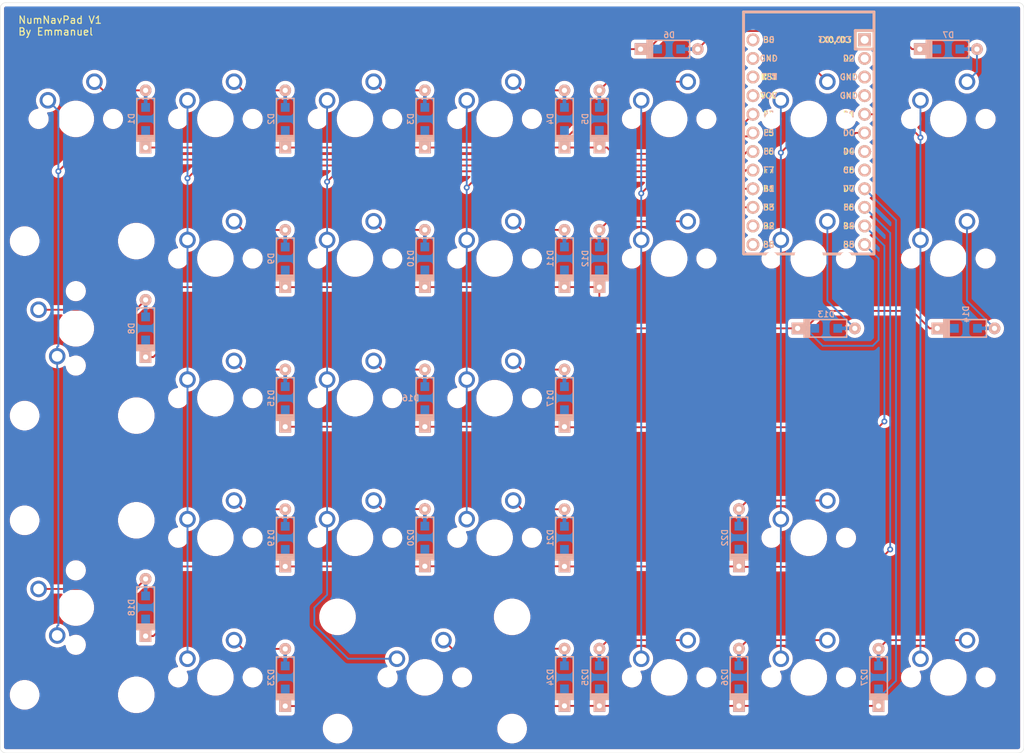
<source format=kicad_pcb>
(kicad_pcb (version 20171130) (host pcbnew "(5.1.4-0)")
  (layers (0 F.Cu signal) (31 B.Cu signal) (34 B.Paste user) (35 F.Paste user) (36 B.SilkS user) (37 F.SilkS user) (38 B.Mask user) (39 F.Mask user) (44 Edge.Cuts user))
  (net 0 "")
  (net 1 "Net-(D1-Pad2)")
  (net 2 Row0)
  (net 3 "Net-(D2-Pad2)")
  (net 4 "Net-(D3-Pad2)")
  (net 5 "Net-(D4-Pad2)")
  (net 6 "Net-(D5-Pad2)")
  (net 7 "Net-(D6-Pad2)")
  (net 8 "Net-(D7-Pad2)")
  (net 9 "Net-(D8-Pad2)")
  (net 10 Row1)
  (net 11 "Net-(D9-Pad2)")
  (net 12 "Net-(D10-Pad2)")
  (net 13 "Net-(D11-Pad2)")
  (net 14 "Net-(D12-Pad2)")
  (net 15 "Net-(D13-Pad2)")
  (net 16 "Net-(D14-Pad2)")
  (net 17 "Net-(D15-Pad2)")
  (net 18 Row2)
  (net 19 "Net-(D16-Pad2)")
  (net 20 "Net-(D17-Pad2)")
  (net 21 "Net-(D18-Pad2)")
  (net 22 Row3)
  (net 23 "Net-(D19-Pad2)")
  (net 24 "Net-(D20-Pad2)")
  (net 25 "Net-(D21-Pad2)")
  (net 26 "Net-(D22-Pad2)")
  (net 27 "Net-(D23-Pad2)")
  (net 28 Row4)
  (net 29 "Net-(D24-Pad2)")
  (net 30 "Net-(D25-Pad2)")
  (net 31 "Net-(D26-Pad2)")
  (net 32 "Net-(D27-Pad2)")
  (net 33 Col0)
  (net 34 Col1)
  (net 35 Col2)
  (net 36 Col3)
  (net 37 Col4)
  (net 38 Col5)
  (net 39 Col6)
  (net 40 "Net-(U1-Pad24)")
  (net 41 "Net-(U1-Pad23)")
  (net 42 "Net-(U1-Pad22)")
  (net 43 "Net-(U1-Pad21)")
  (net 44 "Net-(U1-Pad4)")
  (net 45 "Net-(U1-Pad3)")
  (net 46 "Net-(U1-Pad2)")
  (net 47 "Net-(U1-Pad1)")
  (net 48 "Net-(U1-Pad14)")
  (net 49 "Net-(U1-Pad13)")
  (net 50 "Net-(U1-Pad8)")
  (net 51 "Net-(U1-Pad7)")
  (module MX_Only:MXOnly-1U-NoLED (layer F.Cu) (at 161.925 42.8625)
    (fp_text reference MX7)
    (fp_text value MX-NoLED)
    (pad 2 thru_hole circle (at 2.54 -5.08) (size 2.25 2.25) (drill 1.47) (layers *.Cu B.Mask) (net 8 "Net-(D7-Pad2)"))
    (pad "" np_thru_hole circle (at 0 0) (size 3.9878 3.9878) (drill 3.9878) (layers *.Cu *.Mask))
    (pad 1 thru_hole circle (at -3.81 -2.54) (size 2.25 2.25) (drill 1.47) (layers *.Cu B.Mask) (net 39 Col6))
    (pad "" np_thru_hole circle (at -5.08 0 48.0996) (size 1.75 1.75) (drill 1.75) (layers *.Cu *.Mask))
    (pad "" np_thru_hole circle (at 5.08 0 48.0996) (size 1.75 1.75) (drill 1.75) (layers *.Cu *.Mask))
  )
  (module MX_Only:MXOnly-1U-NoLED (layer F.Cu) (at 42.8625 42.8625)
    (fp_text reference MX1)
    (fp_text value MX-NoLED)
    (pad 2 thru_hole circle (at 2.54 -5.08) (size 2.25 2.25) (drill 1.47) (layers *.Cu B.Mask) (net 1 "Net-(D1-Pad2)"))
    (pad "" np_thru_hole circle (at 0 0) (size 3.9878 3.9878) (drill 3.9878) (layers *.Cu *.Mask))
    (pad 1 thru_hole circle (at -3.81 -2.54) (size 2.25 2.25) (drill 1.47) (layers *.Cu B.Mask) (net 33 Col0))
    (pad "" np_thru_hole circle (at -5.08 0 48.0996) (size 1.75 1.75) (drill 1.75) (layers *.Cu *.Mask))
    (pad "" np_thru_hole circle (at 5.08 0 48.0996) (size 1.75 1.75) (drill 1.75) (layers *.Cu *.Mask))
  )
  (module MX_Only:MXOnly-1U-NoLED (layer F.Cu) (at 123.825 42.8625)
    (fp_text reference MX5)
    (fp_text value MX-NoLED)
    (pad 2 thru_hole circle (at 2.54 -5.08) (size 2.25 2.25) (drill 1.47) (layers *.Cu B.Mask) (net 6 "Net-(D5-Pad2)"))
    (pad "" np_thru_hole circle (at 0 0) (size 3.9878 3.9878) (drill 3.9878) (layers *.Cu *.Mask))
    (pad 1 thru_hole circle (at -3.81 -2.54) (size 2.25 2.25) (drill 1.47) (layers *.Cu B.Mask) (net 37 Col4))
    (pad "" np_thru_hole circle (at -5.08 0 48.0996) (size 1.75 1.75) (drill 1.75) (layers *.Cu *.Mask))
    (pad "" np_thru_hole circle (at 5.08 0 48.0996) (size 1.75 1.75) (drill 1.75) (layers *.Cu *.Mask))
  )
  (module MX_Only:MXOnly-1U-NoLED (layer F.Cu) (at 123.825 61.9125)
    (fp_text reference MX12)
    (fp_text value MX-NoLED)
    (pad 2 thru_hole circle (at 2.54 -5.08) (size 2.25 2.25) (drill 1.47) (layers *.Cu B.Mask) (net 14 "Net-(D12-Pad2)"))
    (pad "" np_thru_hole circle (at 0 0) (size 3.9878 3.9878) (drill 3.9878) (layers *.Cu *.Mask))
    (pad 1 thru_hole circle (at -3.81 -2.54) (size 2.25 2.25) (drill 1.47) (layers *.Cu B.Mask) (net 37 Col4))
    (pad "" np_thru_hole circle (at -5.08 0 48.0996) (size 1.75 1.75) (drill 1.75) (layers *.Cu *.Mask))
    (pad "" np_thru_hole circle (at 5.08 0 48.0996) (size 1.75 1.75) (drill 1.75) (layers *.Cu *.Mask))
  )
  (module Keebio-Parts:Elite-C-castellated-24pin-holes (layer B.Cu) (at 142.875 46.0375 270)
    (fp_text reference U1 hide)
    (fp_text value Elite-C hide)
    (fp_text user ST (at -8.91 5.04 180) (layer F.SilkS) (effects (font (size 0.8 0.8))))
    (fp_text user TX0/D3 (at -13.97 -3.571872 180) (layer B.SilkS) (effects (font (size 0.8 0.8)) (justify mirror)))
    (fp_text user TX0/D3 (at -13.97 -3.571872 180) (layer F.SilkS) (effects (font (size 0.8 0.8))))
    (fp_text user D2 (at -11.43 -5.461 180) (layer B.SilkS) (effects (font (size 0.8 0.8)) (justify mirror)))
    (fp_text user D0 (at -1.27 -5.461 180) (layer B.SilkS) (effects (font (size 0.8 0.8)) (justify mirror)))
    (fp_text user D1 (at -3.81 -5.461 180) (layer B.SilkS) (effects (font (size 0.8 0.8)) (justify mirror)))
    (fp_text user GND (at -6.35 -5.461 180) (layer B.SilkS) (effects (font (size 0.8 0.8)) (justify mirror)))
    (fp_text user GND (at -8.89 -5.461 180) (layer B.SilkS) (effects (font (size 0.8 0.8)) (justify mirror)))
    (fp_text user D4 (at 1.27 -5.461 180) (layer B.SilkS) (effects (font (size 0.8 0.8)) (justify mirror)))
    (fp_text user C6 (at 3.81 -5.461 180) (layer B.SilkS) (effects (font (size 0.8 0.8)) (justify mirror)))
    (fp_text user D7 (at 6.35 -5.461 180) (layer B.SilkS) (effects (font (size 0.8 0.8)) (justify mirror)))
    (fp_text user E6 (at 8.89 -5.461 180) (layer B.SilkS) (effects (font (size 0.8 0.8)) (justify mirror)))
    (fp_text user B4 (at 11.43 -5.461 180) (layer B.SilkS) (effects (font (size 0.8 0.8)) (justify mirror)))
    (fp_text user B2 (at 11.43 5.461 180) (layer F.SilkS) (effects (font (size 0.8 0.8))))
    (fp_text user B3 (at 8.89 5.461 180) (layer B.SilkS) (effects (font (size 0.8 0.8)) (justify mirror)))
    (fp_text user B1 (at 6.35 5.461 180) (layer B.SilkS) (effects (font (size 0.8 0.8)) (justify mirror)))
    (fp_text user F7 (at 3.81 5.461 180) (layer F.SilkS) (effects (font (size 0.8 0.8))))
    (fp_text user F6 (at 1.27 5.461 180) (layer F.SilkS) (effects (font (size 0.8 0.8))))
    (fp_text user F5 (at -1.27 5.461 180) (layer F.SilkS) (effects (font (size 0.8 0.8))))
    (fp_text user F4 (at -3.81 5.461 180) (layer B.SilkS) (effects (font (size 0.8 0.8)) (justify mirror)))
    (fp_text user VCC (at -6.35 5.461 180) (layer B.SilkS) (effects (font (size 0.8 0.8)) (justify mirror)))
    (fp_text user ST (at -8.92 5.73312 180) (layer B.SilkS) (effects (font (size 0.8 0.8)) (justify mirror)))
    (fp_text user GND (at -11.43 5.461 180) (layer B.SilkS) (effects (font (size 0.8 0.8)) (justify mirror)))
    (fp_text user B0 (at -13.97 5.461 180) (layer B.SilkS) (effects (font (size 0.8 0.8)) (justify mirror)))
    (fp_text user B0 (at -13.97 5.461 180) (layer F.SilkS) (effects (font (size 0.8 0.8))))
    (fp_text user GND (at -11.43 5.461 180) (layer F.SilkS) (effects (font (size 0.8 0.8))))
    (fp_text user VCC (at -6.35 5.461 180) (layer F.SilkS) (effects (font (size 0.8 0.8))))
    (fp_text user F4 (at -3.81 5.461 180) (layer F.SilkS) (effects (font (size 0.8 0.8))))
    (fp_text user F5 (at -1.27 5.461 180) (layer B.SilkS) (effects (font (size 0.8 0.8)) (justify mirror)))
    (fp_text user F6 (at 1.27 5.461 180) (layer B.SilkS) (effects (font (size 0.8 0.8)) (justify mirror)))
    (fp_text user F7 (at 3.81 5.461 180) (layer B.SilkS) (effects (font (size 0.8 0.8)) (justify mirror)))
    (fp_text user B1 (at 6.35 5.461 180) (layer F.SilkS) (effects (font (size 0.8 0.8))))
    (fp_text user B3 (at 8.89 5.461 180) (layer F.SilkS) (effects (font (size 0.8 0.8))))
    (fp_text user B2 (at 11.43 5.461 180) (layer B.SilkS) (effects (font (size 0.8 0.8)) (justify mirror)))
    (fp_text user B4 (at 11.43 -5.461 180) (layer F.SilkS) (effects (font (size 0.8 0.8))))
    (fp_text user E6 (at 8.89 -5.461 180) (layer F.SilkS) (effects (font (size 0.8 0.8))))
    (fp_text user D7 (at 6.35 -5.461 180) (layer F.SilkS) (effects (font (size 0.8 0.8))))
    (fp_text user C6 (at 3.81 -5.461 180) (layer F.SilkS) (effects (font (size 0.8 0.8))))
    (fp_text user D4 (at 1.27 -5.461 180) (layer F.SilkS) (effects (font (size 0.8 0.8))))
    (fp_text user GND (at -8.89 -5.461 180) (layer F.SilkS) (effects (font (size 0.8 0.8))))
    (fp_text user GND (at -6.35 -5.461 180) (layer F.SilkS) (effects (font (size 0.8 0.8))))
    (fp_text user D1 (at -3.81 -5.461 180) (layer F.SilkS) (effects (font (size 0.8 0.8))))
    (fp_text user D0 (at -1.27 -5.461 180) (layer F.SilkS) (effects (font (size 0.8 0.8))))
    (fp_text user D2 (at -11.43 -5.461 180) (layer F.SilkS) (effects (font (size 0.8 0.8))))
    (fp_text user B6 (at 13.97 5.461 180) (layer B.SilkS) (effects (font (size 0.8 0.8)) (justify mirror)))
    (fp_text user B6 (at 13.97 5.460998 180) (layer F.SilkS) (effects (font (size 0.8 0.8))))
    (fp_text user B5 (at 13.97 -5.461 180) (layer F.SilkS) (effects (font (size 0.8 0.8))))
    (fp_text user B5 (at 13.97 -5.461 180) (layer B.SilkS) (effects (font (size 0.8 0.8)) (justify mirror)))
    (pad 24 thru_hole circle (at -13.97 7.62 270) (size 1.7526 1.7526) (drill 1.0922) (layers *.Cu *.SilkS *.Mask) (net 40 "Net-(U1-Pad24)"))
    (pad 12 thru_hole circle (at 13.97 -7.62 270) (size 1.7526 1.7526) (drill 1.0922) (layers *.Cu *.SilkS *.Mask) (net 10 Row1))
    (pad 23 thru_hole circle (at -11.43 7.62 270) (size 1.7526 1.7526) (drill 1.0922) (layers *.Cu *.SilkS *.Mask) (net 41 "Net-(U1-Pad23)"))
    (pad 22 thru_hole circle (at -8.89 7.62 270) (size 1.7526 1.7526) (drill 1.0922) (layers *.Cu *.SilkS *.Mask) (net 42 "Net-(U1-Pad22)"))
    (pad 21 thru_hole circle (at -6.35 7.62 270) (size 1.7526 1.7526) (drill 1.0922) (layers *.Cu *.SilkS *.Mask) (net 43 "Net-(U1-Pad21)"))
    (pad 20 thru_hole circle (at -3.81 7.62 270) (size 1.7526 1.7526) (drill 1.0922) (layers *.Cu *.SilkS *.Mask) (net 2 Row0))
    (pad 19 thru_hole circle (at -1.27 7.62 270) (size 1.7526 1.7526) (drill 1.0922) (layers *.Cu *.SilkS *.Mask) (net 33 Col0))
    (pad 18 thru_hole circle (at 1.27 7.62 270) (size 1.7526 1.7526) (drill 1.0922) (layers *.Cu *.SilkS *.Mask) (net 34 Col1))
    (pad 17 thru_hole circle (at 3.81 7.62 270) (size 1.7526 1.7526) (drill 1.0922) (layers *.Cu *.SilkS *.Mask) (net 35 Col2))
    (pad 16 thru_hole circle (at 6.35 7.62 270) (size 1.7526 1.7526) (drill 1.0922) (layers *.Cu *.SilkS *.Mask) (net 36 Col3))
    (pad 15 thru_hole circle (at 8.89 7.62 270) (size 1.7526 1.7526) (drill 1.0922) (layers *.Cu *.SilkS *.Mask) (net 37 Col4))
    (pad 14 thru_hole circle (at 11.43 7.62 270) (size 1.7526 1.7526) (drill 1.0922) (layers *.Cu *.SilkS *.Mask) (net 48 "Net-(U1-Pad14)"))
    (pad 13 thru_hole circle (at 13.97 7.62 270) (size 1.7526 1.7526) (drill 1.0922) (layers *.Cu *.SilkS *.Mask) (net 49 "Net-(U1-Pad13)"))
    (pad 11 thru_hole circle (at 11.43 -7.62 270) (size 1.7526 1.7526) (drill 1.0922) (layers *.Cu *.SilkS *.Mask) (net 18 Row2))
    (pad 10 thru_hole circle (at 8.89 -7.62 270) (size 1.7526 1.7526) (drill 1.0922) (layers *.Cu *.SilkS *.Mask) (net 22 Row3))
    (pad 9 thru_hole circle (at 6.35 -7.62 270) (size 1.7526 1.7526) (drill 1.0922) (layers *.Cu *.SilkS *.Mask) (net 28 Row4))
    (pad 8 thru_hole circle (at 3.81 -7.62 270) (size 1.7526 1.7526) (drill 1.0922) (layers *.Cu *.SilkS *.Mask) (net 50 "Net-(U1-Pad8)"))
    (pad 7 thru_hole circle (at 1.27 -7.62 270) (size 1.7526 1.7526) (drill 1.0922) (layers *.Cu *.SilkS *.Mask) (net 51 "Net-(U1-Pad7)"))
    (pad 6 thru_hole circle (at -1.27 -7.62 270) (size 1.7526 1.7526) (drill 1.0922) (layers *.Cu *.SilkS *.Mask) (net 38 Col5))
    (pad 5 thru_hole circle (at -3.81 -7.62 270) (size 1.7526 1.7526) (drill 1.0922) (layers *.Cu *.SilkS *.Mask) (net 39 Col6))
    (pad 4 thru_hole circle (at -6.35 -7.62 270) (size 1.7526 1.7526) (drill 1.0922) (layers *.Cu *.SilkS *.Mask) (net 44 "Net-(U1-Pad4)"))
    (pad 3 thru_hole circle (at -8.89 -7.62 270) (size 1.7526 1.7526) (drill 1.0922) (layers *.Cu *.SilkS *.Mask) (net 45 "Net-(U1-Pad3)"))
    (pad 2 thru_hole circle (at -11.43 -7.62 270) (size 1.7526 1.7526) (drill 1.0922) (layers *.Cu *.SilkS *.Mask) (net 46 "Net-(U1-Pad2)"))
    (pad 1 thru_hole rect (at -13.97 -7.62 270) (size 1.7526 1.7526) (drill 1.0922) (layers *.Cu *.SilkS *.Mask) (net 47 "Net-(U1-Pad1)"))
  )
  (module MX_Only:MXOnly-2U-ReversedStabilizers-NoLED (layer F.Cu) (at 90.4875 119.0625)
    (fp_text reference MX24)
    (fp_text value MX-NoLED)
    (pad 2 thru_hole circle (at 2.54 -5.08) (size 2.25 2.25) (drill 1.47) (layers *.Cu B.Mask) (net 29 "Net-(D24-Pad2)"))
    (pad "" np_thru_hole circle (at 0 0) (size 3.9878 3.9878) (drill 3.9878) (layers *.Cu *.Mask))
    (pad 1 thru_hole circle (at -3.81 -2.54) (size 2.25 2.25) (drill 1.47) (layers *.Cu B.Mask) (net 35 Col2))
    (pad "" np_thru_hole circle (at -5.08 0 48.0996) (size 1.75 1.75) (drill 1.75) (layers *.Cu *.Mask))
    (pad "" np_thru_hole circle (at 5.08 0 48.0996) (size 1.75 1.75) (drill 1.75) (layers *.Cu *.Mask))
    (pad "" np_thru_hole circle (at -11.90625 6.985) (size 3.048 3.048) (drill 3.048) (layers *.Cu *.Mask))
    (pad "" np_thru_hole circle (at 11.90625 6.985) (size 3.048 3.048) (drill 3.048) (layers *.Cu *.Mask))
    (pad "" np_thru_hole circle (at -11.90625 -8.255) (size 3.9878 3.9878) (drill 3.9878) (layers *.Cu *.Mask))
    (pad "" np_thru_hole circle (at 11.90625 -8.255) (size 3.9878 3.9878) (drill 3.9878) (layers *.Cu *.Mask))
  )
  (module MX_Only:MXOnly-1U-NoLED (layer F.Cu) (at 161.925 119.0625)
    (fp_text reference MX27)
    (fp_text value MX-NoLED)
    (pad 2 thru_hole circle (at 2.54 -5.08) (size 2.25 2.25) (drill 1.47) (layers *.Cu B.Mask) (net 32 "Net-(D27-Pad2)"))
    (pad "" np_thru_hole circle (at 0 0) (size 3.9878 3.9878) (drill 3.9878) (layers *.Cu *.Mask))
    (pad 1 thru_hole circle (at -3.81 -2.54) (size 2.25 2.25) (drill 1.47) (layers *.Cu B.Mask) (net 39 Col6))
    (pad "" np_thru_hole circle (at -5.08 0 48.0996) (size 1.75 1.75) (drill 1.75) (layers *.Cu *.Mask))
    (pad "" np_thru_hole circle (at 5.08 0 48.0996) (size 1.75 1.75) (drill 1.75) (layers *.Cu *.Mask))
  )
  (module MX_Only:MXOnly-1U-NoLED (layer F.Cu) (at 142.875 119.0625)
    (fp_text reference MX26)
    (fp_text value MX-NoLED)
    (pad 2 thru_hole circle (at 2.54 -5.08) (size 2.25 2.25) (drill 1.47) (layers *.Cu B.Mask) (net 31 "Net-(D26-Pad2)"))
    (pad "" np_thru_hole circle (at 0 0) (size 3.9878 3.9878) (drill 3.9878) (layers *.Cu *.Mask))
    (pad 1 thru_hole circle (at -3.81 -2.54) (size 2.25 2.25) (drill 1.47) (layers *.Cu B.Mask) (net 38 Col5))
    (pad "" np_thru_hole circle (at -5.08 0 48.0996) (size 1.75 1.75) (drill 1.75) (layers *.Cu *.Mask))
    (pad "" np_thru_hole circle (at 5.08 0 48.0996) (size 1.75 1.75) (drill 1.75) (layers *.Cu *.Mask))
  )
  (module MX_Only:MXOnly-1U-NoLED (layer F.Cu) (at 123.825 119.0625)
    (fp_text reference MX25)
    (fp_text value MX-NoLED)
    (pad 2 thru_hole circle (at 2.54 -5.08) (size 2.25 2.25) (drill 1.47) (layers *.Cu B.Mask) (net 30 "Net-(D25-Pad2)"))
    (pad "" np_thru_hole circle (at 0 0) (size 3.9878 3.9878) (drill 3.9878) (layers *.Cu *.Mask))
    (pad 1 thru_hole circle (at -3.81 -2.54) (size 2.25 2.25) (drill 1.47) (layers *.Cu B.Mask) (net 37 Col4))
    (pad "" np_thru_hole circle (at -5.08 0 48.0996) (size 1.75 1.75) (drill 1.75) (layers *.Cu *.Mask))
    (pad "" np_thru_hole circle (at 5.08 0 48.0996) (size 1.75 1.75) (drill 1.75) (layers *.Cu *.Mask))
  )
  (module MX_Only:MXOnly-1U-NoLED (layer F.Cu) (at 61.9125 119.0625)
    (fp_text reference MX23)
    (fp_text value MX-NoLED)
    (pad 2 thru_hole circle (at 2.54 -5.08) (size 2.25 2.25) (drill 1.47) (layers *.Cu B.Mask) (net 27 "Net-(D23-Pad2)"))
    (pad "" np_thru_hole circle (at 0 0) (size 3.9878 3.9878) (drill 3.9878) (layers *.Cu *.Mask))
    (pad 1 thru_hole circle (at -3.81 -2.54) (size 2.25 2.25) (drill 1.47) (layers *.Cu B.Mask) (net 34 Col1))
    (pad "" np_thru_hole circle (at -5.08 0 48.0996) (size 1.75 1.75) (drill 1.75) (layers *.Cu *.Mask))
    (pad "" np_thru_hole circle (at 5.08 0 48.0996) (size 1.75 1.75) (drill 1.75) (layers *.Cu *.Mask))
  )
  (module MX_Only:MXOnly-1U-NoLED (layer F.Cu) (at 142.875 100.0125)
    (fp_text reference MX22)
    (fp_text value MX-NoLED)
    (pad 2 thru_hole circle (at 2.54 -5.08) (size 2.25 2.25) (drill 1.47) (layers *.Cu B.Mask) (net 26 "Net-(D22-Pad2)"))
    (pad "" np_thru_hole circle (at 0 0) (size 3.9878 3.9878) (drill 3.9878) (layers *.Cu *.Mask))
    (pad 1 thru_hole circle (at -3.81 -2.54) (size 2.25 2.25) (drill 1.47) (layers *.Cu B.Mask) (net 38 Col5))
    (pad "" np_thru_hole circle (at -5.08 0 48.0996) (size 1.75 1.75) (drill 1.75) (layers *.Cu *.Mask))
    (pad "" np_thru_hole circle (at 5.08 0 48.0996) (size 1.75 1.75) (drill 1.75) (layers *.Cu *.Mask))
  )
  (module MX_Only:MXOnly-1U-NoLED (layer F.Cu) (at 100.0125 100.0125)
    (fp_text reference MX21)
    (fp_text value MX-NoLED)
    (pad 2 thru_hole circle (at 2.54 -5.08) (size 2.25 2.25) (drill 1.47) (layers *.Cu B.Mask) (net 25 "Net-(D21-Pad2)"))
    (pad "" np_thru_hole circle (at 0 0) (size 3.9878 3.9878) (drill 3.9878) (layers *.Cu *.Mask))
    (pad 1 thru_hole circle (at -3.81 -2.54) (size 2.25 2.25) (drill 1.47) (layers *.Cu B.Mask) (net 36 Col3))
    (pad "" np_thru_hole circle (at -5.08 0 48.0996) (size 1.75 1.75) (drill 1.75) (layers *.Cu *.Mask))
    (pad "" np_thru_hole circle (at 5.08 0 48.0996) (size 1.75 1.75) (drill 1.75) (layers *.Cu *.Mask))
  )
  (module MX_Only:MXOnly-1U-NoLED (layer F.Cu) (at 80.9625 100.0125)
    (fp_text reference MX20)
    (fp_text value MX-NoLED)
    (pad 2 thru_hole circle (at 2.54 -5.08) (size 2.25 2.25) (drill 1.47) (layers *.Cu B.Mask) (net 24 "Net-(D20-Pad2)"))
    (pad "" np_thru_hole circle (at 0 0) (size 3.9878 3.9878) (drill 3.9878) (layers *.Cu *.Mask))
    (pad 1 thru_hole circle (at -3.81 -2.54) (size 2.25 2.25) (drill 1.47) (layers *.Cu B.Mask) (net 35 Col2))
    (pad "" np_thru_hole circle (at -5.08 0 48.0996) (size 1.75 1.75) (drill 1.75) (layers *.Cu *.Mask))
    (pad "" np_thru_hole circle (at 5.08 0 48.0996) (size 1.75 1.75) (drill 1.75) (layers *.Cu *.Mask))
  )
  (module MX_Only:MXOnly-1U-NoLED (layer F.Cu) (at 61.9125 100.0125)
    (fp_text reference MX19)
    (fp_text value MX-NoLED)
    (pad 2 thru_hole circle (at 2.54 -5.08) (size 2.25 2.25) (drill 1.47) (layers *.Cu B.Mask) (net 23 "Net-(D19-Pad2)"))
    (pad "" np_thru_hole circle (at 0 0) (size 3.9878 3.9878) (drill 3.9878) (layers *.Cu *.Mask))
    (pad 1 thru_hole circle (at -3.81 -2.54) (size 2.25 2.25) (drill 1.47) (layers *.Cu B.Mask) (net 34 Col1))
    (pad "" np_thru_hole circle (at -5.08 0 48.0996) (size 1.75 1.75) (drill 1.75) (layers *.Cu *.Mask))
    (pad "" np_thru_hole circle (at 5.08 0 48.0996) (size 1.75 1.75) (drill 1.75) (layers *.Cu *.Mask))
  )
  (module MX_Only:MXOnly-2U-NoLED (layer F.Cu) (at 42.8625 109.5375 90)
    (fp_text reference MX18)
    (fp_text value MX-NoLED)
    (pad 2 thru_hole circle (at 2.54 -5.08 90) (size 2.25 2.25) (drill 1.47) (layers *.Cu B.Mask) (net 21 "Net-(D18-Pad2)"))
    (pad "" np_thru_hole circle (at 0 0 90) (size 3.9878 3.9878) (drill 3.9878) (layers *.Cu *.Mask))
    (pad 1 thru_hole circle (at -3.81 -2.54 90) (size 2.25 2.25) (drill 1.47) (layers *.Cu B.Mask) (net 33 Col0))
    (pad "" np_thru_hole circle (at -5.08 0 138.0996) (size 1.75 1.75) (drill 1.75) (layers *.Cu *.Mask))
    (pad "" np_thru_hole circle (at 5.08 0 138.0996) (size 1.75 1.75) (drill 1.75) (layers *.Cu *.Mask))
    (pad "" np_thru_hole circle (at -11.90625 -6.985 90) (size 3.048 3.048) (drill 3.048) (layers *.Cu *.Mask))
    (pad "" np_thru_hole circle (at 11.90625 -6.985 90) (size 3.048 3.048) (drill 3.048) (layers *.Cu *.Mask))
    (pad "" np_thru_hole circle (at -11.90625 8.255 90) (size 3.9878 3.9878) (drill 3.9878) (layers *.Cu *.Mask))
    (pad "" np_thru_hole circle (at 11.90625 8.255 90) (size 3.9878 3.9878) (drill 3.9878) (layers *.Cu *.Mask))
  )
  (module MX_Only:MXOnly-1U-NoLED (layer F.Cu) (at 100.0125 80.9625)
    (fp_text reference MX17)
    (fp_text value MX-NoLED)
    (pad 2 thru_hole circle (at 2.54 -5.08) (size 2.25 2.25) (drill 1.47) (layers *.Cu B.Mask) (net 20 "Net-(D17-Pad2)"))
    (pad "" np_thru_hole circle (at 0 0) (size 3.9878 3.9878) (drill 3.9878) (layers *.Cu *.Mask))
    (pad 1 thru_hole circle (at -3.81 -2.54) (size 2.25 2.25) (drill 1.47) (layers *.Cu B.Mask) (net 36 Col3))
    (pad "" np_thru_hole circle (at -5.08 0 48.0996) (size 1.75 1.75) (drill 1.75) (layers *.Cu *.Mask))
    (pad "" np_thru_hole circle (at 5.08 0 48.0996) (size 1.75 1.75) (drill 1.75) (layers *.Cu *.Mask))
  )
  (module MX_Only:MXOnly-1U-NoLED (layer F.Cu) (at 80.9625 80.9625)
    (fp_text reference MX16)
    (fp_text value MX-NoLED)
    (pad 2 thru_hole circle (at 2.54 -5.08) (size 2.25 2.25) (drill 1.47) (layers *.Cu B.Mask) (net 19 "Net-(D16-Pad2)"))
    (pad "" np_thru_hole circle (at 0 0) (size 3.9878 3.9878) (drill 3.9878) (layers *.Cu *.Mask))
    (pad 1 thru_hole circle (at -3.81 -2.54) (size 2.25 2.25) (drill 1.47) (layers *.Cu B.Mask) (net 35 Col2))
    (pad "" np_thru_hole circle (at -5.08 0 48.0996) (size 1.75 1.75) (drill 1.75) (layers *.Cu *.Mask))
    (pad "" np_thru_hole circle (at 5.08 0 48.0996) (size 1.75 1.75) (drill 1.75) (layers *.Cu *.Mask))
  )
  (module MX_Only:MXOnly-1U-NoLED (layer F.Cu) (at 61.9125 80.9625)
    (fp_text reference MX15)
    (fp_text value MX-NoLED)
    (pad 2 thru_hole circle (at 2.54 -5.08) (size 2.25 2.25) (drill 1.47) (layers *.Cu B.Mask) (net 17 "Net-(D15-Pad2)"))
    (pad "" np_thru_hole circle (at 0 0) (size 3.9878 3.9878) (drill 3.9878) (layers *.Cu *.Mask))
    (pad 1 thru_hole circle (at -3.81 -2.54) (size 2.25 2.25) (drill 1.47) (layers *.Cu B.Mask) (net 34 Col1))
    (pad "" np_thru_hole circle (at -5.08 0 48.0996) (size 1.75 1.75) (drill 1.75) (layers *.Cu *.Mask))
    (pad "" np_thru_hole circle (at 5.08 0 48.0996) (size 1.75 1.75) (drill 1.75) (layers *.Cu *.Mask))
  )
  (module MX_Only:MXOnly-1U-NoLED (layer F.Cu) (at 161.925 61.9125)
    (fp_text reference MX14)
    (fp_text value MX-NoLED)
    (pad 2 thru_hole circle (at 2.54 -5.08) (size 2.25 2.25) (drill 1.47) (layers *.Cu B.Mask) (net 16 "Net-(D14-Pad2)"))
    (pad "" np_thru_hole circle (at 0 0) (size 3.9878 3.9878) (drill 3.9878) (layers *.Cu *.Mask))
    (pad 1 thru_hole circle (at -3.81 -2.54) (size 2.25 2.25) (drill 1.47) (layers *.Cu B.Mask) (net 39 Col6))
    (pad "" np_thru_hole circle (at -5.08 0 48.0996) (size 1.75 1.75) (drill 1.75) (layers *.Cu *.Mask))
    (pad "" np_thru_hole circle (at 5.08 0 48.0996) (size 1.75 1.75) (drill 1.75) (layers *.Cu *.Mask))
  )
  (module MX_Only:MXOnly-1U-NoLED (layer F.Cu) (at 142.875 61.9125)
    (fp_text reference MX13)
    (fp_text value MX-NoLED)
    (pad 2 thru_hole circle (at 2.54 -5.08) (size 2.25 2.25) (drill 1.47) (layers *.Cu B.Mask) (net 15 "Net-(D13-Pad2)"))
    (pad "" np_thru_hole circle (at 0 0) (size 3.9878 3.9878) (drill 3.9878) (layers *.Cu *.Mask))
    (pad 1 thru_hole circle (at -3.81 -2.54) (size 2.25 2.25) (drill 1.47) (layers *.Cu B.Mask) (net 38 Col5))
    (pad "" np_thru_hole circle (at -5.08 0 48.0996) (size 1.75 1.75) (drill 1.75) (layers *.Cu *.Mask))
    (pad "" np_thru_hole circle (at 5.08 0 48.0996) (size 1.75 1.75) (drill 1.75) (layers *.Cu *.Mask))
  )
  (module MX_Only:MXOnly-1U-NoLED (layer F.Cu) (at 100.0125 61.9125)
    (fp_text reference MX11)
    (fp_text value MX-NoLED)
    (pad 2 thru_hole circle (at 2.54 -5.08) (size 2.25 2.25) (drill 1.47) (layers *.Cu B.Mask) (net 13 "Net-(D11-Pad2)"))
    (pad "" np_thru_hole circle (at 0 0) (size 3.9878 3.9878) (drill 3.9878) (layers *.Cu *.Mask))
    (pad 1 thru_hole circle (at -3.81 -2.54) (size 2.25 2.25) (drill 1.47) (layers *.Cu B.Mask) (net 36 Col3))
    (pad "" np_thru_hole circle (at -5.08 0 48.0996) (size 1.75 1.75) (drill 1.75) (layers *.Cu *.Mask))
    (pad "" np_thru_hole circle (at 5.08 0 48.0996) (size 1.75 1.75) (drill 1.75) (layers *.Cu *.Mask))
  )
  (module MX_Only:MXOnly-1U-NoLED (layer F.Cu) (at 80.9625 61.9125)
    (fp_text reference MX10)
    (fp_text value MX-NoLED)
    (pad 2 thru_hole circle (at 2.54 -5.08) (size 2.25 2.25) (drill 1.47) (layers *.Cu B.Mask) (net 12 "Net-(D10-Pad2)"))
    (pad "" np_thru_hole circle (at 0 0) (size 3.9878 3.9878) (drill 3.9878) (layers *.Cu *.Mask))
    (pad 1 thru_hole circle (at -3.81 -2.54) (size 2.25 2.25) (drill 1.47) (layers *.Cu B.Mask) (net 35 Col2))
    (pad "" np_thru_hole circle (at -5.08 0 48.0996) (size 1.75 1.75) (drill 1.75) (layers *.Cu *.Mask))
    (pad "" np_thru_hole circle (at 5.08 0 48.0996) (size 1.75 1.75) (drill 1.75) (layers *.Cu *.Mask))
  )
  (module MX_Only:MXOnly-1U-NoLED (layer F.Cu) (at 61.9125 61.9125)
    (fp_text reference MX9)
    (fp_text value MX-NoLED)
    (pad 2 thru_hole circle (at 2.54 -5.08) (size 2.25 2.25) (drill 1.47) (layers *.Cu B.Mask) (net 11 "Net-(D9-Pad2)"))
    (pad "" np_thru_hole circle (at 0 0) (size 3.9878 3.9878) (drill 3.9878) (layers *.Cu *.Mask))
    (pad 1 thru_hole circle (at -3.81 -2.54) (size 2.25 2.25) (drill 1.47) (layers *.Cu B.Mask) (net 34 Col1))
    (pad "" np_thru_hole circle (at -5.08 0 48.0996) (size 1.75 1.75) (drill 1.75) (layers *.Cu *.Mask))
    (pad "" np_thru_hole circle (at 5.08 0 48.0996) (size 1.75 1.75) (drill 1.75) (layers *.Cu *.Mask))
  )
  (module MX_Only:MXOnly-2U-NoLED (layer F.Cu) (at 42.8625 71.4375 90)
    (fp_text reference MX8)
    (fp_text value MX-NoLED)
    (pad 2 thru_hole circle (at 2.54 -5.08 90) (size 2.25 2.25) (drill 1.47) (layers *.Cu B.Mask) (net 9 "Net-(D8-Pad2)"))
    (pad "" np_thru_hole circle (at 0 0 90) (size 3.9878 3.9878) (drill 3.9878) (layers *.Cu *.Mask))
    (pad 1 thru_hole circle (at -3.81 -2.54 90) (size 2.25 2.25) (drill 1.47) (layers *.Cu B.Mask) (net 33 Col0))
    (pad "" np_thru_hole circle (at -5.08 0 138.0996) (size 1.75 1.75) (drill 1.75) (layers *.Cu *.Mask))
    (pad "" np_thru_hole circle (at 5.08 0 138.0996) (size 1.75 1.75) (drill 1.75) (layers *.Cu *.Mask))
    (pad "" np_thru_hole circle (at -11.90625 -6.985 90) (size 3.048 3.048) (drill 3.048) (layers *.Cu *.Mask))
    (pad "" np_thru_hole circle (at 11.90625 -6.985 90) (size 3.048 3.048) (drill 3.048) (layers *.Cu *.Mask))
    (pad "" np_thru_hole circle (at -11.90625 8.255 90) (size 3.9878 3.9878) (drill 3.9878) (layers *.Cu *.Mask))
    (pad "" np_thru_hole circle (at 11.90625 8.255 90) (size 3.9878 3.9878) (drill 3.9878) (layers *.Cu *.Mask))
  )
  (module MX_Only:MXOnly-1U-NoLED (layer F.Cu) (at 142.875 42.8625)
    (fp_text reference MX6)
    (fp_text value MX-NoLED)
    (pad 2 thru_hole circle (at 2.54 -5.08) (size 2.25 2.25) (drill 1.47) (layers *.Cu B.Mask) (net 7 "Net-(D6-Pad2)"))
    (pad "" np_thru_hole circle (at 0 0) (size 3.9878 3.9878) (drill 3.9878) (layers *.Cu *.Mask))
    (pad 1 thru_hole circle (at -3.81 -2.54) (size 2.25 2.25) (drill 1.47) (layers *.Cu B.Mask) (net 38 Col5))
    (pad "" np_thru_hole circle (at -5.08 0 48.0996) (size 1.75 1.75) (drill 1.75) (layers *.Cu *.Mask))
    (pad "" np_thru_hole circle (at 5.08 0 48.0996) (size 1.75 1.75) (drill 1.75) (layers *.Cu *.Mask))
  )
  (module MX_Only:MXOnly-1U-NoLED (layer F.Cu) (at 100.0125 42.8625)
    (fp_text reference MX4)
    (fp_text value MX-NoLED)
    (pad 2 thru_hole circle (at 2.54 -5.08) (size 2.25 2.25) (drill 1.47) (layers *.Cu B.Mask) (net 5 "Net-(D4-Pad2)"))
    (pad "" np_thru_hole circle (at 0 0) (size 3.9878 3.9878) (drill 3.9878) (layers *.Cu *.Mask))
    (pad 1 thru_hole circle (at -3.81 -2.54) (size 2.25 2.25) (drill 1.47) (layers *.Cu B.Mask) (net 36 Col3))
    (pad "" np_thru_hole circle (at -5.08 0 48.0996) (size 1.75 1.75) (drill 1.75) (layers *.Cu *.Mask))
    (pad "" np_thru_hole circle (at 5.08 0 48.0996) (size 1.75 1.75) (drill 1.75) (layers *.Cu *.Mask))
  )
  (module MX_Only:MXOnly-1U-NoLED (layer F.Cu) (at 80.9625 42.8625)
    (fp_text reference MX3)
    (fp_text value MX-NoLED)
    (pad 2 thru_hole circle (at 2.54 -5.08) (size 2.25 2.25) (drill 1.47) (layers *.Cu B.Mask) (net 4 "Net-(D3-Pad2)"))
    (pad "" np_thru_hole circle (at 0 0) (size 3.9878 3.9878) (drill 3.9878) (layers *.Cu *.Mask))
    (pad 1 thru_hole circle (at -3.81 -2.54) (size 2.25 2.25) (drill 1.47) (layers *.Cu B.Mask) (net 35 Col2))
    (pad "" np_thru_hole circle (at -5.08 0 48.0996) (size 1.75 1.75) (drill 1.75) (layers *.Cu *.Mask))
    (pad "" np_thru_hole circle (at 5.08 0 48.0996) (size 1.75 1.75) (drill 1.75) (layers *.Cu *.Mask))
  )
  (module MX_Only:MXOnly-1U-NoLED (layer F.Cu) (at 61.9125 42.8625)
    (fp_text reference MX2)
    (fp_text value MX-NoLED)
    (pad 2 thru_hole circle (at 2.54 -5.08) (size 2.25 2.25) (drill 1.47) (layers *.Cu B.Mask) (net 3 "Net-(D2-Pad2)"))
    (pad "" np_thru_hole circle (at 0 0) (size 3.9878 3.9878) (drill 3.9878) (layers *.Cu *.Mask))
    (pad 1 thru_hole circle (at -3.81 -2.54) (size 2.25 2.25) (drill 1.47) (layers *.Cu B.Mask) (net 34 Col1))
    (pad "" np_thru_hole circle (at -5.08 0 48.0996) (size 1.75 1.75) (drill 1.75) (layers *.Cu *.Mask))
    (pad "" np_thru_hole circle (at 5.08 0 48.0996) (size 1.75 1.75) (drill 1.75) (layers *.Cu *.Mask))
  )
  (module keyboard_parts:D_SOD123_axial (layer B.Cu) (at 152.4 119.0625 90)
    (fp_text reference D27 (at 0 -1.925 270) (layer B.SilkS) (effects (font (size 0.8 0.8)) (justify mirror)))
    (fp_text value D_Small hide)
    (pad 2 smd rect (at 2.7 0 90) (size 2.5 0.5) (layers B.Cu) (net 32 "Net-(D27-Pad2)"))
    (pad 1 smd rect (at -2.7 0 90) (size 2.5 0.5) (layers B.Cu) (net 28 Row4))
    (pad 2 thru_hole circle (at 3.9 0 90) (size 1.6 1.6) (drill 0.7) (layers *.Cu *.Mask B.SilkS) (net 32 "Net-(D27-Pad2)"))
    (pad 1 thru_hole rect (at -3.9 0 90) (size 1.6 1.6) (drill 0.7) (layers *.Cu *.Mask B.SilkS) (net 28 Row4))
    (pad 1 smd rect (at -1.575 0 90) (size 1.2 1.2) (layers B.Cu B.Paste B.Mask) (net 28 Row4))
    (pad 2 smd rect (at 1.575 0 90) (size 1.2 1.2) (layers B.Cu B.Paste B.Mask) (net 32 "Net-(D27-Pad2)"))
  )
  (module keyboard_parts:D_SOD123_axial (layer B.Cu) (at 133.35 119.05 90)
    (fp_text reference D26 (at 0 -1.925 270) (layer B.SilkS) (effects (font (size 0.8 0.8)) (justify mirror)))
    (fp_text value D_Small hide)
    (pad 2 smd rect (at 2.7 0 90) (size 2.5 0.5) (layers B.Cu) (net 31 "Net-(D26-Pad2)"))
    (pad 1 smd rect (at -2.7 0 90) (size 2.5 0.5) (layers B.Cu) (net 28 Row4))
    (pad 2 thru_hole circle (at 3.9 0 90) (size 1.6 1.6) (drill 0.7) (layers *.Cu *.Mask B.SilkS) (net 31 "Net-(D26-Pad2)"))
    (pad 1 thru_hole rect (at -3.9 0 90) (size 1.6 1.6) (drill 0.7) (layers *.Cu *.Mask B.SilkS) (net 28 Row4))
    (pad 1 smd rect (at -1.575 0 90) (size 1.2 1.2) (layers B.Cu B.Paste B.Mask) (net 28 Row4))
    (pad 2 smd rect (at 1.575 0 90) (size 1.2 1.2) (layers B.Cu B.Paste B.Mask) (net 31 "Net-(D26-Pad2)"))
  )
  (module keyboard_parts:D_SOD123_axial (layer B.Cu) (at 114.3 119.05 90)
    (fp_text reference D25 (at 0 -1.925 270) (layer B.SilkS) (effects (font (size 0.8 0.8)) (justify mirror)))
    (fp_text value D_Small hide)
    (pad 2 smd rect (at 2.7 0 90) (size 2.5 0.5) (layers B.Cu) (net 30 "Net-(D25-Pad2)"))
    (pad 1 smd rect (at -2.7 0 90) (size 2.5 0.5) (layers B.Cu) (net 28 Row4))
    (pad 2 thru_hole circle (at 3.9 0 90) (size 1.6 1.6) (drill 0.7) (layers *.Cu *.Mask B.SilkS) (net 30 "Net-(D25-Pad2)"))
    (pad 1 thru_hole rect (at -3.9 0 90) (size 1.6 1.6) (drill 0.7) (layers *.Cu *.Mask B.SilkS) (net 28 Row4))
    (pad 1 smd rect (at -1.575 0 90) (size 1.2 1.2) (layers B.Cu B.Paste B.Mask) (net 28 Row4))
    (pad 2 smd rect (at 1.575 0 90) (size 1.2 1.2) (layers B.Cu B.Paste B.Mask) (net 30 "Net-(D25-Pad2)"))
  )
  (module keyboard_parts:D_SOD123_axial (layer B.Cu) (at 109.5375 119.05 90)
    (fp_text reference D24 (at 0 -1.925 270) (layer B.SilkS) (effects (font (size 0.8 0.8)) (justify mirror)))
    (fp_text value D_Small hide)
    (pad 2 smd rect (at 2.7 0 90) (size 2.5 0.5) (layers B.Cu) (net 29 "Net-(D24-Pad2)"))
    (pad 1 smd rect (at -2.7 0 90) (size 2.5 0.5) (layers B.Cu) (net 28 Row4))
    (pad 2 thru_hole circle (at 3.9 0 90) (size 1.6 1.6) (drill 0.7) (layers *.Cu *.Mask B.SilkS) (net 29 "Net-(D24-Pad2)"))
    (pad 1 thru_hole rect (at -3.9 0 90) (size 1.6 1.6) (drill 0.7) (layers *.Cu *.Mask B.SilkS) (net 28 Row4))
    (pad 1 smd rect (at -1.575 0 90) (size 1.2 1.2) (layers B.Cu B.Paste B.Mask) (net 28 Row4))
    (pad 2 smd rect (at 1.575 0 90) (size 1.2 1.2) (layers B.Cu B.Paste B.Mask) (net 29 "Net-(D24-Pad2)"))
  )
  (module keyboard_parts:D_SOD123_axial (layer B.Cu) (at 71.4375 119.075 90)
    (fp_text reference D23 (at 0 -1.925 270) (layer B.SilkS) (effects (font (size 0.8 0.8)) (justify mirror)))
    (fp_text value D_Small hide)
    (pad 2 smd rect (at 2.7 0 90) (size 2.5 0.5) (layers B.Cu) (net 27 "Net-(D23-Pad2)"))
    (pad 1 smd rect (at -2.7 0 90) (size 2.5 0.5) (layers B.Cu) (net 28 Row4))
    (pad 2 thru_hole circle (at 3.9 0 90) (size 1.6 1.6) (drill 0.7) (layers *.Cu *.Mask B.SilkS) (net 27 "Net-(D23-Pad2)"))
    (pad 1 thru_hole rect (at -3.9 0 90) (size 1.6 1.6) (drill 0.7) (layers *.Cu *.Mask B.SilkS) (net 28 Row4))
    (pad 1 smd rect (at -1.575 0 90) (size 1.2 1.2) (layers B.Cu B.Paste B.Mask) (net 28 Row4))
    (pad 2 smd rect (at 1.575 0 90) (size 1.2 1.2) (layers B.Cu B.Paste B.Mask) (net 27 "Net-(D23-Pad2)"))
  )
  (module keyboard_parts:D_SOD123_axial (layer B.Cu) (at 133.35 100 90)
    (fp_text reference D22 (at 0 -1.925 270) (layer B.SilkS) (effects (font (size 0.8 0.8)) (justify mirror)))
    (fp_text value D_Small hide)
    (pad 2 smd rect (at 2.7 0 90) (size 2.5 0.5) (layers B.Cu) (net 26 "Net-(D22-Pad2)"))
    (pad 1 smd rect (at -2.7 0 90) (size 2.5 0.5) (layers B.Cu) (net 22 Row3))
    (pad 2 thru_hole circle (at 3.9 0 90) (size 1.6 1.6) (drill 0.7) (layers *.Cu *.Mask B.SilkS) (net 26 "Net-(D22-Pad2)"))
    (pad 1 thru_hole rect (at -3.9 0 90) (size 1.6 1.6) (drill 0.7) (layers *.Cu *.Mask B.SilkS) (net 22 Row3))
    (pad 1 smd rect (at -1.575 0 90) (size 1.2 1.2) (layers B.Cu B.Paste B.Mask) (net 22 Row3))
    (pad 2 smd rect (at 1.575 0 90) (size 1.2 1.2) (layers B.Cu B.Paste B.Mask) (net 26 "Net-(D22-Pad2)"))
  )
  (module keyboard_parts:D_SOD123_axial (layer B.Cu) (at 109.5375 100.025 90)
    (fp_text reference D21 (at 0 -1.925 270) (layer B.SilkS) (effects (font (size 0.8 0.8)) (justify mirror)))
    (fp_text value D_Small hide)
    (pad 2 smd rect (at 2.7 0 90) (size 2.5 0.5) (layers B.Cu) (net 25 "Net-(D21-Pad2)"))
    (pad 1 smd rect (at -2.7 0 90) (size 2.5 0.5) (layers B.Cu) (net 22 Row3))
    (pad 2 thru_hole circle (at 3.9 0 90) (size 1.6 1.6) (drill 0.7) (layers *.Cu *.Mask B.SilkS) (net 25 "Net-(D21-Pad2)"))
    (pad 1 thru_hole rect (at -3.9 0 90) (size 1.6 1.6) (drill 0.7) (layers *.Cu *.Mask B.SilkS) (net 22 Row3))
    (pad 1 smd rect (at -1.575 0 90) (size 1.2 1.2) (layers B.Cu B.Paste B.Mask) (net 22 Row3))
    (pad 2 smd rect (at 1.575 0 90) (size 1.2 1.2) (layers B.Cu B.Paste B.Mask) (net 25 "Net-(D21-Pad2)"))
  )
  (module keyboard_parts:D_SOD123_axial (layer B.Cu) (at 90.4875 100 90)
    (fp_text reference D20 (at 0 -1.925 270) (layer B.SilkS) (effects (font (size 0.8 0.8)) (justify mirror)))
    (fp_text value D_Small hide)
    (pad 2 smd rect (at 2.7 0 90) (size 2.5 0.5) (layers B.Cu) (net 24 "Net-(D20-Pad2)"))
    (pad 1 smd rect (at -2.7 0 90) (size 2.5 0.5) (layers B.Cu) (net 22 Row3))
    (pad 2 thru_hole circle (at 3.9 0 90) (size 1.6 1.6) (drill 0.7) (layers *.Cu *.Mask B.SilkS) (net 24 "Net-(D20-Pad2)"))
    (pad 1 thru_hole rect (at -3.9 0 90) (size 1.6 1.6) (drill 0.7) (layers *.Cu *.Mask B.SilkS) (net 22 Row3))
    (pad 1 smd rect (at -1.575 0 90) (size 1.2 1.2) (layers B.Cu B.Paste B.Mask) (net 22 Row3))
    (pad 2 smd rect (at 1.575 0 90) (size 1.2 1.2) (layers B.Cu B.Paste B.Mask) (net 24 "Net-(D20-Pad2)"))
  )
  (module keyboard_parts:D_SOD123_axial (layer B.Cu) (at 71.4375 100.025 90)
    (fp_text reference D19 (at 0 -1.925 270) (layer B.SilkS) (effects (font (size 0.8 0.8)) (justify mirror)))
    (fp_text value D_Small hide)
    (pad 2 smd rect (at 2.7 0 90) (size 2.5 0.5) (layers B.Cu) (net 23 "Net-(D19-Pad2)"))
    (pad 1 smd rect (at -2.7 0 90) (size 2.5 0.5) (layers B.Cu) (net 22 Row3))
    (pad 2 thru_hole circle (at 3.9 0 90) (size 1.6 1.6) (drill 0.7) (layers *.Cu *.Mask B.SilkS) (net 23 "Net-(D19-Pad2)"))
    (pad 1 thru_hole rect (at -3.9 0 90) (size 1.6 1.6) (drill 0.7) (layers *.Cu *.Mask B.SilkS) (net 22 Row3))
    (pad 1 smd rect (at -1.575 0 90) (size 1.2 1.2) (layers B.Cu B.Paste B.Mask) (net 22 Row3))
    (pad 2 smd rect (at 1.575 0 90) (size 1.2 1.2) (layers B.Cu B.Paste B.Mask) (net 23 "Net-(D19-Pad2)"))
  )
  (module keyboard_parts:D_SOD123_axial (layer B.Cu) (at 52.3875 109.525 90)
    (fp_text reference D18 (at 0 -1.925 270) (layer B.SilkS) (effects (font (size 0.8 0.8)) (justify mirror)))
    (fp_text value D_Small hide)
    (pad 2 smd rect (at 2.7 0 90) (size 2.5 0.5) (layers B.Cu) (net 21 "Net-(D18-Pad2)"))
    (pad 1 smd rect (at -2.7 0 90) (size 2.5 0.5) (layers B.Cu) (net 22 Row3))
    (pad 2 thru_hole circle (at 3.9 0 90) (size 1.6 1.6) (drill 0.7) (layers *.Cu *.Mask B.SilkS) (net 21 "Net-(D18-Pad2)"))
    (pad 1 thru_hole rect (at -3.9 0 90) (size 1.6 1.6) (drill 0.7) (layers *.Cu *.Mask B.SilkS) (net 22 Row3))
    (pad 1 smd rect (at -1.575 0 90) (size 1.2 1.2) (layers B.Cu B.Paste B.Mask) (net 22 Row3))
    (pad 2 smd rect (at 1.575 0 90) (size 1.2 1.2) (layers B.Cu B.Paste B.Mask) (net 21 "Net-(D18-Pad2)"))
  )
  (module keyboard_parts:D_SOD123_axial (layer B.Cu) (at 109.5375 80.9625 90)
    (fp_text reference D17 (at 0 -1.925 270) (layer B.SilkS) (effects (font (size 0.8 0.8)) (justify mirror)))
    (fp_text value D_Small hide)
    (pad 2 smd rect (at 2.7 0 90) (size 2.5 0.5) (layers B.Cu) (net 20 "Net-(D17-Pad2)"))
    (pad 1 smd rect (at -2.7 0 90) (size 2.5 0.5) (layers B.Cu) (net 18 Row2))
    (pad 2 thru_hole circle (at 3.9 0 90) (size 1.6 1.6) (drill 0.7) (layers *.Cu *.Mask B.SilkS) (net 20 "Net-(D17-Pad2)"))
    (pad 1 thru_hole rect (at -3.9 0 90) (size 1.6 1.6) (drill 0.7) (layers *.Cu *.Mask B.SilkS) (net 18 Row2))
    (pad 1 smd rect (at -1.575 0 90) (size 1.2 1.2) (layers B.Cu B.Paste B.Mask) (net 18 Row2))
    (pad 2 smd rect (at 1.575 0 90) (size 1.2 1.2) (layers B.Cu B.Paste B.Mask) (net 20 "Net-(D17-Pad2)"))
  )
  (module keyboard_parts:D_SOD123_axial (layer B.Cu) (at 90.4875 80.9625 90)
    (fp_text reference D16 (at 0 -1.925 180) (layer B.SilkS) (effects (font (size 0.8 0.8)) (justify mirror)))
    (fp_text value D_Small hide)
    (pad 2 smd rect (at 2.7 0 90) (size 2.5 0.5) (layers B.Cu) (net 19 "Net-(D16-Pad2)"))
    (pad 1 smd rect (at -2.7 0 90) (size 2.5 0.5) (layers B.Cu) (net 18 Row2))
    (pad 2 thru_hole circle (at 3.9 0 90) (size 1.6 1.6) (drill 0.7) (layers *.Cu *.Mask B.SilkS) (net 19 "Net-(D16-Pad2)"))
    (pad 1 thru_hole rect (at -3.9 0 90) (size 1.6 1.6) (drill 0.7) (layers *.Cu *.Mask B.SilkS) (net 18 Row2))
    (pad 1 smd rect (at -1.575 0 90) (size 1.2 1.2) (layers B.Cu B.Paste B.Mask) (net 18 Row2))
    (pad 2 smd rect (at 1.575 0 90) (size 1.2 1.2) (layers B.Cu B.Paste B.Mask) (net 19 "Net-(D16-Pad2)"))
  )
  (module keyboard_parts:D_SOD123_axial (layer B.Cu) (at 71.4375 80.9625 90)
    (fp_text reference D15 (at 0 -1.925 270) (layer B.SilkS) (effects (font (size 0.8 0.8)) (justify mirror)))
    (fp_text value D_Small hide)
    (pad 2 smd rect (at 2.7 0 90) (size 2.5 0.5) (layers B.Cu) (net 17 "Net-(D15-Pad2)"))
    (pad 1 smd rect (at -2.7 0 90) (size 2.5 0.5) (layers B.Cu) (net 18 Row2))
    (pad 2 thru_hole circle (at 3.9 0 90) (size 1.6 1.6) (drill 0.7) (layers *.Cu *.Mask B.SilkS) (net 17 "Net-(D15-Pad2)"))
    (pad 1 thru_hole rect (at -3.9 0 90) (size 1.6 1.6) (drill 0.7) (layers *.Cu *.Mask B.SilkS) (net 18 Row2))
    (pad 1 smd rect (at -1.575 0 90) (size 1.2 1.2) (layers B.Cu B.Paste B.Mask) (net 18 Row2))
    (pad 2 smd rect (at 1.575 0 90) (size 1.2 1.2) (layers B.Cu B.Paste B.Mask) (net 17 "Net-(D15-Pad2)"))
  )
  (module keyboard_parts:D_SOD123_axial (layer B.Cu) (at 164.31875 71.4375)
    (fp_text reference D14 (at 0 -1.925 270) (layer B.SilkS) (effects (font (size 0.8 0.8)) (justify mirror)))
    (fp_text value D_Small hide)
    (pad 2 smd rect (at 2.7 0) (size 2.5 0.5) (layers B.Cu) (net 16 "Net-(D14-Pad2)"))
    (pad 1 smd rect (at -2.7 0) (size 2.5 0.5) (layers B.Cu) (net 10 Row1))
    (pad 2 thru_hole circle (at 3.9 0) (size 1.6 1.6) (drill 0.7) (layers *.Cu *.Mask B.SilkS) (net 16 "Net-(D14-Pad2)"))
    (pad 1 thru_hole rect (at -3.9 0) (size 1.6 1.6) (drill 0.7) (layers *.Cu *.Mask B.SilkS) (net 10 Row1))
    (pad 1 smd rect (at -1.575 0) (size 1.2 1.2) (layers B.Cu B.Paste B.Mask) (net 10 Row1))
    (pad 2 smd rect (at 1.575 0) (size 1.2 1.2) (layers B.Cu B.Paste B.Mask) (net 16 "Net-(D14-Pad2)"))
  )
  (module keyboard_parts:D_SOD123_axial (layer B.Cu) (at 145.25625 71.4375)
    (fp_text reference D13 (at 0 -1.925) (layer B.SilkS) (effects (font (size 0.8 0.8)) (justify mirror)))
    (fp_text value D_Small hide)
    (pad 2 smd rect (at 2.7 0) (size 2.5 0.5) (layers B.Cu) (net 15 "Net-(D13-Pad2)"))
    (pad 1 smd rect (at -2.7 0) (size 2.5 0.5) (layers B.Cu) (net 10 Row1))
    (pad 2 thru_hole circle (at 3.9 0) (size 1.6 1.6) (drill 0.7) (layers *.Cu *.Mask B.SilkS) (net 15 "Net-(D13-Pad2)"))
    (pad 1 thru_hole rect (at -3.9 0) (size 1.6 1.6) (drill 0.7) (layers *.Cu *.Mask B.SilkS) (net 10 Row1))
    (pad 1 smd rect (at -1.575 0) (size 1.2 1.2) (layers B.Cu B.Paste B.Mask) (net 10 Row1))
    (pad 2 smd rect (at 1.575 0) (size 1.2 1.2) (layers B.Cu B.Paste B.Mask) (net 15 "Net-(D13-Pad2)"))
  )
  (module keyboard_parts:D_SOD123_axial (layer B.Cu) (at 114.3 61.9125 90)
    (fp_text reference D12 (at 0 -1.925 270) (layer B.SilkS) (effects (font (size 0.8 0.8)) (justify mirror)))
    (fp_text value D_Small hide)
    (pad 2 smd rect (at 2.7 0 90) (size 2.5 0.5) (layers B.Cu) (net 14 "Net-(D12-Pad2)"))
    (pad 1 smd rect (at -2.7 0 90) (size 2.5 0.5) (layers B.Cu) (net 10 Row1))
    (pad 2 thru_hole circle (at 3.9 0 90) (size 1.6 1.6) (drill 0.7) (layers *.Cu *.Mask B.SilkS) (net 14 "Net-(D12-Pad2)"))
    (pad 1 thru_hole rect (at -3.9 0 90) (size 1.6 1.6) (drill 0.7) (layers *.Cu *.Mask B.SilkS) (net 10 Row1))
    (pad 1 smd rect (at -1.575 0 90) (size 1.2 1.2) (layers B.Cu B.Paste B.Mask) (net 10 Row1))
    (pad 2 smd rect (at 1.575 0 90) (size 1.2 1.2) (layers B.Cu B.Paste B.Mask) (net 14 "Net-(D12-Pad2)"))
  )
  (module keyboard_parts:D_SOD123_axial (layer B.Cu) (at 109.5375 61.9 90)
    (fp_text reference D11 (at 0 -1.925 90) (layer B.SilkS) (effects (font (size 0.8 0.8)) (justify mirror)))
    (fp_text value D_Small hide)
    (pad 2 smd rect (at 2.7 0 90) (size 2.5 0.5) (layers B.Cu) (net 13 "Net-(D11-Pad2)"))
    (pad 1 smd rect (at -2.7 0 90) (size 2.5 0.5) (layers B.Cu) (net 10 Row1))
    (pad 2 thru_hole circle (at 3.9 0 90) (size 1.6 1.6) (drill 0.7) (layers *.Cu *.Mask B.SilkS) (net 13 "Net-(D11-Pad2)"))
    (pad 1 thru_hole rect (at -3.9 0 90) (size 1.6 1.6) (drill 0.7) (layers *.Cu *.Mask B.SilkS) (net 10 Row1))
    (pad 1 smd rect (at -1.575 0 90) (size 1.2 1.2) (layers B.Cu B.Paste B.Mask) (net 10 Row1))
    (pad 2 smd rect (at 1.575 0 90) (size 1.2 1.2) (layers B.Cu B.Paste B.Mask) (net 13 "Net-(D11-Pad2)"))
  )
  (module keyboard_parts:D_SOD123_axial (layer B.Cu) (at 90.4875 61.9 90)
    (fp_text reference D10 (at 0 -1.925 90) (layer B.SilkS) (effects (font (size 0.8 0.8)) (justify mirror)))
    (fp_text value D_Small hide)
    (pad 2 smd rect (at 2.7 0 90) (size 2.5 0.5) (layers B.Cu) (net 12 "Net-(D10-Pad2)"))
    (pad 1 smd rect (at -2.7 0 90) (size 2.5 0.5) (layers B.Cu) (net 10 Row1))
    (pad 2 thru_hole circle (at 3.9 0 90) (size 1.6 1.6) (drill 0.7) (layers *.Cu *.Mask B.SilkS) (net 12 "Net-(D10-Pad2)"))
    (pad 1 thru_hole rect (at -3.9 0 90) (size 1.6 1.6) (drill 0.7) (layers *.Cu *.Mask B.SilkS) (net 10 Row1))
    (pad 1 smd rect (at -1.575 0 90) (size 1.2 1.2) (layers B.Cu B.Paste B.Mask) (net 10 Row1))
    (pad 2 smd rect (at 1.575 0 90) (size 1.2 1.2) (layers B.Cu B.Paste B.Mask) (net 12 "Net-(D10-Pad2)"))
  )
  (module keyboard_parts:D_SOD123_axial (layer B.Cu) (at 71.4375 61.9125 90)
    (fp_text reference D9 (at 0 -1.925 90) (layer B.SilkS) (effects (font (size 0.8 0.8)) (justify mirror)))
    (fp_text value D_Small hide)
    (pad 2 smd rect (at 2.7 0 90) (size 2.5 0.5) (layers B.Cu) (net 11 "Net-(D9-Pad2)"))
    (pad 1 smd rect (at -2.7 0 90) (size 2.5 0.5) (layers B.Cu) (net 10 Row1))
    (pad 2 thru_hole circle (at 3.9 0 90) (size 1.6 1.6) (drill 0.7) (layers *.Cu *.Mask B.SilkS) (net 11 "Net-(D9-Pad2)"))
    (pad 1 thru_hole rect (at -3.9 0 90) (size 1.6 1.6) (drill 0.7) (layers *.Cu *.Mask B.SilkS) (net 10 Row1))
    (pad 1 smd rect (at -1.575 0 90) (size 1.2 1.2) (layers B.Cu B.Paste B.Mask) (net 10 Row1))
    (pad 2 smd rect (at 1.575 0 90) (size 1.2 1.2) (layers B.Cu B.Paste B.Mask) (net 11 "Net-(D9-Pad2)"))
  )
  (module keyboard_parts:D_SOD123_axial (layer B.Cu) (at 52.3875 71.45 90)
    (fp_text reference D8 (at 0 -1.925 270) (layer B.SilkS) (effects (font (size 0.8 0.8)) (justify mirror)))
    (fp_text value D_Small hide)
    (pad 2 smd rect (at 2.7 0 90) (size 2.5 0.5) (layers B.Cu) (net 9 "Net-(D8-Pad2)"))
    (pad 1 smd rect (at -2.7 0 90) (size 2.5 0.5) (layers B.Cu) (net 10 Row1))
    (pad 2 thru_hole circle (at 3.9 0 90) (size 1.6 1.6) (drill 0.7) (layers *.Cu *.Mask B.SilkS) (net 9 "Net-(D8-Pad2)"))
    (pad 1 thru_hole rect (at -3.9 0 90) (size 1.6 1.6) (drill 0.7) (layers *.Cu *.Mask B.SilkS) (net 10 Row1))
    (pad 1 smd rect (at -1.575 0 90) (size 1.2 1.2) (layers B.Cu B.Paste B.Mask) (net 10 Row1))
    (pad 2 smd rect (at 1.575 0 90) (size 1.2 1.2) (layers B.Cu B.Paste B.Mask) (net 9 "Net-(D8-Pad2)"))
  )
  (module keyboard_parts:D_SOD123_axial (layer B.Cu) (at 161.925 33.3375)
    (fp_text reference D7 (at 0 -1.925 180) (layer B.SilkS) (effects (font (size 0.8 0.8)) (justify mirror)))
    (fp_text value D_Small hide)
    (pad 2 smd rect (at 2.7 0) (size 2.5 0.5) (layers B.Cu) (net 8 "Net-(D7-Pad2)"))
    (pad 1 smd rect (at -2.7 0) (size 2.5 0.5) (layers B.Cu) (net 2 Row0))
    (pad 2 thru_hole circle (at 3.9 0) (size 1.6 1.6) (drill 0.7) (layers *.Cu *.Mask B.SilkS) (net 8 "Net-(D7-Pad2)"))
    (pad 1 thru_hole rect (at -3.9 0) (size 1.6 1.6) (drill 0.7) (layers *.Cu *.Mask B.SilkS) (net 2 Row0))
    (pad 1 smd rect (at -1.575 0) (size 1.2 1.2) (layers B.Cu B.Paste B.Mask) (net 2 Row0))
    (pad 2 smd rect (at 1.575 0) (size 1.2 1.2) (layers B.Cu B.Paste B.Mask) (net 8 "Net-(D7-Pad2)"))
  )
  (module keyboard_parts:D_SOD123_axial (layer B.Cu) (at 123.825 33.3375)
    (fp_text reference D6 (at 0 -1.925) (layer B.SilkS) (effects (font (size 0.8 0.8)) (justify mirror)))
    (fp_text value D_Small hide)
    (pad 2 smd rect (at 2.7 0) (size 2.5 0.5) (layers B.Cu) (net 7 "Net-(D6-Pad2)"))
    (pad 1 smd rect (at -2.7 0) (size 2.5 0.5) (layers B.Cu) (net 2 Row0))
    (pad 2 thru_hole circle (at 3.9 0) (size 1.6 1.6) (drill 0.7) (layers *.Cu *.Mask B.SilkS) (net 7 "Net-(D6-Pad2)"))
    (pad 1 thru_hole rect (at -3.9 0) (size 1.6 1.6) (drill 0.7) (layers *.Cu *.Mask B.SilkS) (net 2 Row0))
    (pad 1 smd rect (at -1.575 0) (size 1.2 1.2) (layers B.Cu B.Paste B.Mask) (net 2 Row0))
    (pad 2 smd rect (at 1.575 0) (size 1.2 1.2) (layers B.Cu B.Paste B.Mask) (net 7 "Net-(D6-Pad2)"))
  )
  (module keyboard_parts:D_SOD123_axial (layer B.Cu) (at 114.3 42.8625 90)
    (fp_text reference D5 (at 0 -1.925 270) (layer B.SilkS) (effects (font (size 0.8 0.8)) (justify mirror)))
    (fp_text value D_Small hide)
    (pad 2 smd rect (at 2.7 0 90) (size 2.5 0.5) (layers B.Cu) (net 6 "Net-(D5-Pad2)"))
    (pad 1 smd rect (at -2.7 0 90) (size 2.5 0.5) (layers B.Cu) (net 2 Row0))
    (pad 2 thru_hole circle (at 3.9 0 90) (size 1.6 1.6) (drill 0.7) (layers *.Cu *.Mask B.SilkS) (net 6 "Net-(D5-Pad2)"))
    (pad 1 thru_hole rect (at -3.9 0 90) (size 1.6 1.6) (drill 0.7) (layers *.Cu *.Mask B.SilkS) (net 2 Row0))
    (pad 1 smd rect (at -1.575 0 90) (size 1.2 1.2) (layers B.Cu B.Paste B.Mask) (net 2 Row0))
    (pad 2 smd rect (at 1.575 0 90) (size 1.2 1.2) (layers B.Cu B.Paste B.Mask) (net 6 "Net-(D5-Pad2)"))
  )
  (module keyboard_parts:D_SOD123_axial (layer B.Cu) (at 109.5375 42.8625 90)
    (fp_text reference D4 (at 0 -1.925 90) (layer B.SilkS) (effects (font (size 0.8 0.8)) (justify mirror)))
    (fp_text value D_Small hide)
    (pad 2 smd rect (at 2.7 0 90) (size 2.5 0.5) (layers B.Cu) (net 5 "Net-(D4-Pad2)"))
    (pad 1 smd rect (at -2.7 0 90) (size 2.5 0.5) (layers B.Cu) (net 2 Row0))
    (pad 2 thru_hole circle (at 3.9 0 90) (size 1.6 1.6) (drill 0.7) (layers *.Cu *.Mask B.SilkS) (net 5 "Net-(D4-Pad2)"))
    (pad 1 thru_hole rect (at -3.9 0 90) (size 1.6 1.6) (drill 0.7) (layers *.Cu *.Mask B.SilkS) (net 2 Row0))
    (pad 1 smd rect (at -1.575 0 90) (size 1.2 1.2) (layers B.Cu B.Paste B.Mask) (net 2 Row0))
    (pad 2 smd rect (at 1.575 0 90) (size 1.2 1.2) (layers B.Cu B.Paste B.Mask) (net 5 "Net-(D4-Pad2)"))
  )
  (module keyboard_parts:D_SOD123_axial (layer B.Cu) (at 90.4875 42.8625 90)
    (fp_text reference D3 (at 0 -1.925 90) (layer B.SilkS) (effects (font (size 0.8 0.8)) (justify mirror)))
    (fp_text value D_Small hide)
    (pad 2 smd rect (at 2.7 0 90) (size 2.5 0.5) (layers B.Cu) (net 4 "Net-(D3-Pad2)"))
    (pad 1 smd rect (at -2.7 0 90) (size 2.5 0.5) (layers B.Cu) (net 2 Row0))
    (pad 2 thru_hole circle (at 3.9 0 90) (size 1.6 1.6) (drill 0.7) (layers *.Cu *.Mask B.SilkS) (net 4 "Net-(D3-Pad2)"))
    (pad 1 thru_hole rect (at -3.9 0 90) (size 1.6 1.6) (drill 0.7) (layers *.Cu *.Mask B.SilkS) (net 2 Row0))
    (pad 1 smd rect (at -1.575 0 90) (size 1.2 1.2) (layers B.Cu B.Paste B.Mask) (net 2 Row0))
    (pad 2 smd rect (at 1.575 0 90) (size 1.2 1.2) (layers B.Cu B.Paste B.Mask) (net 4 "Net-(D3-Pad2)"))
  )
  (module keyboard_parts:D_SOD123_axial (layer B.Cu) (at 71.4375 42.8625 90)
    (fp_text reference D2 (at 0 -1.925 90) (layer B.SilkS) (effects (font (size 0.8 0.8)) (justify mirror)))
    (fp_text value D_Small hide)
    (pad 2 smd rect (at 2.7 0 90) (size 2.5 0.5) (layers B.Cu) (net 3 "Net-(D2-Pad2)"))
    (pad 1 smd rect (at -2.7 0 90) (size 2.5 0.5) (layers B.Cu) (net 2 Row0))
    (pad 2 thru_hole circle (at 3.9 0 90) (size 1.6 1.6) (drill 0.7) (layers *.Cu *.Mask B.SilkS) (net 3 "Net-(D2-Pad2)"))
    (pad 1 thru_hole rect (at -3.9 0 90) (size 1.6 1.6) (drill 0.7) (layers *.Cu *.Mask B.SilkS) (net 2 Row0))
    (pad 1 smd rect (at -1.575 0 90) (size 1.2 1.2) (layers B.Cu B.Paste B.Mask) (net 2 Row0))
    (pad 2 smd rect (at 1.575 0 90) (size 1.2 1.2) (layers B.Cu B.Paste B.Mask) (net 3 "Net-(D2-Pad2)"))
  )
  (module keyboard_parts:D_SOD123_axial (layer B.Cu) (at 52.3875 42.8625 90)
    (fp_text reference D1 (at 0 -1.925 90) (layer B.SilkS) (effects (font (size 0.8 0.8)) (justify mirror)))
    (fp_text value D_Small hide)
    (pad 2 smd rect (at 2.7 0 90) (size 2.5 0.5) (layers B.Cu) (net 1 "Net-(D1-Pad2)"))
    (pad 1 smd rect (at -2.7 0 90) (size 2.5 0.5) (layers B.Cu) (net 2 Row0))
    (pad 2 thru_hole circle (at 3.9 0 90) (size 1.6 1.6) (drill 0.7) (layers *.Cu *.Mask B.SilkS) (net 1 "Net-(D1-Pad2)"))
    (pad 1 thru_hole rect (at -3.9 0 90) (size 1.6 1.6) (drill 0.7) (layers *.Cu *.Mask B.SilkS) (net 2 Row0))
    (pad 1 smd rect (at -1.575 0 90) (size 1.2 1.2) (layers B.Cu B.Paste B.Mask) (net 2 Row0))
    (pad 2 smd rect (at 1.575 0 90) (size 1.2 1.2) (layers B.Cu B.Paste B.Mask) (net 1 "Net-(D1-Pad2)"))
  )
  (gr_text "NumNavPad V1 \nBy Emmanuel \n" (at 34.925 30.1625) (layer F.SilkS) (effects (font (size 1 1)) (justify left)))
  (gr_arc (start 33.3375 128.5875) (end 32.54375 128.5875) (angle -90) (layer Edge.Cuts) (width 0.05))
  (gr_arc (start 33.3375 27.78125) (end 33.3375 26.9875) (angle -90) (layer Edge.Cuts) (width 0.05))
  (gr_line (start 32.54375 33.3375) (end 32.54375 27.78125) (layer Edge.Cuts) (width 0.05))
  (gr_arc (start 171.45 27.78125) (end 172.24375 27.78125) (angle -90) (layer Edge.Cuts) (width 0.05))
  (gr_arc (start 171.45 128.5875) (end 171.45 129.38125) (angle -90) (layer Edge.Cuts) (width 0.05))
  (gr_line (start 32.54375 128.5875) (end 32.54375 33.3375) (layer Edge.Cuts) (width 0.05))
  (gr_line (start 172.24375 128.5875) (end 172.24375 27.78125) (layer Edge.Cuts) (width 0.05))
  (gr_line (start 171.45 129.38125) (end 33.3375 129.38125) (layer Edge.Cuts) (width 0.05))
  (gr_line (start 33.3375 26.9875) (end 171.45 26.9875) (layer Edge.Cuts) (width 0.05))
  (segment (start 46.5825 38.9625) (end 52.3875 38.9625) (width 0.25) (layer F.Cu) (net 1))
  (segment (start 45.4025 37.7825) (end 46.5825 38.9625) (width 0.25) (layer F.Cu) (net 1))
  (segment (start 52.3875 46.7625) (end 71.4375 46.7625) (width 0.25) (layer F.Cu) (net 2))
  (segment (start 71.4375 46.7625) (end 90.4875 46.7625) (width 0.25) (layer F.Cu) (net 2))
  (segment (start 90.4875 46.7625) (end 109.5375 46.7625) (width 0.25) (layer F.Cu) (net 2))
  (segment (start 109.5375 46.7625) (end 114.3 46.7625) (width 0.25) (layer F.Cu) (net 2))
  (segment (start 151.0275 46.775) (end 150.495 47.3075) (width 0.25) (layer F.Cu) (net 51))
  (segment (start 150.495 47.3075) (end 151.28875 47.3075) (width 0.25) (layer F.Cu) (net 51))
  (segment (start 109.5375 46.7625) (end 110.5875 46.7625) (width 0.25) (layer F.Cu) (net 2))
  (segment (start 135.255 42.2275) (end 134.77875 42.2275) (width 0.25) (layer F.Cu) (net 2))
  (segment (start 133.0325 44.45) (end 135.255 42.2275) (width 0.25) (layer F.Cu) (net 2))
  (segment (start 132.55625 44.45) (end 133.0325 44.45) (width 0.25) (layer F.Cu) (net 2))
  (segment (start 129.38125 47.625) (end 132.55625 44.45) (width 0.25) (layer F.Cu) (net 2))
  (segment (start 114.3 46.7625) (end 115.35 46.7625) (width 0.25) (layer F.Cu) (net 2))
  (segment (start 116.2125 47.625) (end 129.38125 47.625) (width 0.25) (layer F.Cu) (net 2))
  (segment (start 115.35 46.7625) (end 116.2125 47.625) (width 0.25) (layer F.Cu) (net 2))
  (segment (start 156.975 33.3375) (end 153.8 30.1625) (width 0.25) (layer F.Cu) (net 2))
  (segment (start 158.025 33.3375) (end 156.975 33.3375) (width 0.25) (layer F.Cu) (net 2))
  (segment (start 120.975 33.3375) (end 119.925 33.3375) (width 0.25) (layer F.Cu) (net 2))
  (segment (start 124.15 30.1625) (end 120.975 33.3375) (width 0.25) (layer F.Cu) (net 2))
  (segment (start 153.8 30.1625) (end 124.15 30.1625) (width 0.25) (layer F.Cu) (net 2))
  (segment (start 114.3 33.3375) (end 119.925 33.3375) (width 0.25) (layer F.Cu) (net 2))
  (segment (start 111.91875 35.71875) (end 114.3 33.3375) (width 0.25) (layer F.Cu) (net 2))
  (segment (start 111.91875 43.33125) (end 111.91875 35.71875) (width 0.25) (layer F.Cu) (net 2))
  (segment (start 109.5375 45.7125) (end 111.91875 43.33125) (width 0.25) (layer F.Cu) (net 2))
  (segment (start 109.5375 46.7625) (end 109.5375 45.7125) (width 0.25) (layer F.Cu) (net 2))
  (segment (start 65.6325 38.9625) (end 71.4375 38.9625) (width 0.25) (layer F.Cu) (net 3))
  (segment (start 64.4525 37.7825) (end 65.6325 38.9625) (width 0.25) (layer F.Cu) (net 3))
  (segment (start 84.6825 38.9625) (end 90.4875 38.9625) (width 0.25) (layer F.Cu) (net 4))
  (segment (start 83.5025 37.7825) (end 84.6825 38.9625) (width 0.25) (layer F.Cu) (net 4))
  (segment (start 103.7325 38.9625) (end 109.5375 38.9625) (width 0.25) (layer F.Cu) (net 5))
  (segment (start 102.5525 37.7825) (end 103.7325 38.9625) (width 0.25) (layer F.Cu) (net 5))
  (segment (start 115.48 37.7825) (end 114.3 38.9625) (width 0.25) (layer F.Cu) (net 6))
  (segment (start 126.365 37.7825) (end 115.48 37.7825) (width 0.25) (layer F.Cu) (net 6))
  (segment (start 130.196301 30.866199) (end 127.725 33.3375) (width 0.25) (layer F.Cu) (net 7))
  (segment (start 138.498699 30.866199) (end 130.196301 30.866199) (width 0.25) (layer F.Cu) (net 7))
  (segment (start 145.415 37.7825) (end 138.498699 30.866199) (width 0.25) (layer F.Cu) (net 7))
  (segment (start 165.825 36.4225) (end 164.465 37.7825) (width 0.25) (layer B.Cu) (net 8))
  (segment (start 165.825 33.3375) (end 165.825 36.4225) (width 0.25) (layer B.Cu) (net 8))
  (segment (start 51.04 68.8975) (end 52.3875 67.55) (width 0.25) (layer F.Cu) (net 9))
  (segment (start 37.7825 68.8975) (end 51.04 68.8975) (width 0.25) (layer F.Cu) (net 9))
  (segment (start 55.5625 73.225) (end 53.4375 75.35) (width 0.25) (layer F.Cu) (net 10))
  (segment (start 53.4375 75.35) (end 52.3875 75.35) (width 0.25) (layer F.Cu) (net 10))
  (segment (start 55.5625 67.46875) (end 55.5625 73.225) (width 0.25) (layer F.Cu) (net 10))
  (segment (start 57.21875 65.8125) (end 55.5625 67.46875) (width 0.25) (layer F.Cu) (net 10))
  (segment (start 71.4375 65.8125) (end 57.21875 65.8125) (width 0.25) (layer F.Cu) (net 10))
  (segment (start 90.475 65.8125) (end 90.4875 65.8) (width 0.25) (layer F.Cu) (net 10))
  (segment (start 71.4375 65.8125) (end 90.475 65.8125) (width 0.25) (layer F.Cu) (net 10))
  (segment (start 90.4875 65.8) (end 109.5375 65.8) (width 0.25) (layer F.Cu) (net 10))
  (segment (start 114.2875 65.8) (end 114.3 65.8125) (width 0.25) (layer F.Cu) (net 10))
  (segment (start 109.5375 65.8) (end 114.2875 65.8) (width 0.25) (layer F.Cu) (net 10))
  (segment (start 117.475 71.4375) (end 141.35625 71.4375) (width 0.25) (layer F.Cu) (net 10))
  (segment (start 114.3 68.2625) (end 117.475 71.4375) (width 0.25) (layer F.Cu) (net 10))
  (segment (start 114.3 65.8125) (end 114.3 68.2625) (width 0.25) (layer F.Cu) (net 10))
  (segment (start 142.40625 71.4375) (end 141.35625 71.4375) (width 0.25) (layer B.Cu) (net 10))
  (segment (start 144.7875 73.81875) (end 142.40625 71.4375) (width 0.25) (layer B.Cu) (net 10))
  (segment (start 151.60625 73.81875) (end 144.7875 73.81875) (width 0.25) (layer B.Cu) (net 10))
  (segment (start 152.4 73.025) (end 151.60625 73.81875) (width 0.25) (layer B.Cu) (net 10))
  (segment (start 152.4 61.9125) (end 152.4 73.025) (width 0.25) (layer B.Cu) (net 10))
  (segment (start 150.495 60.0075) (end 152.4 61.9125) (width 0.25) (layer B.Cu) (net 10))
  (segment (start 159.36875 71.4375) (end 156.9875 69.05625) (width 0.25) (layer F.Cu) (net 10))
  (segment (start 160.41875 71.4375) (end 159.36875 71.4375) (width 0.25) (layer F.Cu) (net 10))
  (segment (start 142.40625 71.4375) (end 141.35625 71.4375) (width 0.25) (layer F.Cu) (net 10))
  (segment (start 144.7875 69.05625) (end 142.40625 71.4375) (width 0.25) (layer F.Cu) (net 10))
  (segment (start 156.9875 69.05625) (end 144.7875 69.05625) (width 0.25) (layer F.Cu) (net 10))
  (segment (start 150.495 57.4675) (end 151.28875 57.4675) (width 0.25) (layer F.Cu) (net 18))
  (segment (start 65.6325 58.0125) (end 71.4375 58.0125) (width 0.25) (layer F.Cu) (net 11))
  (segment (start 64.4525 56.8325) (end 65.6325 58.0125) (width 0.25) (layer F.Cu) (net 11))
  (segment (start 84.67 58) (end 90.4875 58) (width 0.25) (layer F.Cu) (net 12))
  (segment (start 83.5025 56.8325) (end 84.67 58) (width 0.25) (layer F.Cu) (net 12))
  (segment (start 103.72 58) (end 109.5375 58) (width 0.25) (layer F.Cu) (net 13))
  (segment (start 102.5525 56.8325) (end 103.72 58) (width 0.25) (layer F.Cu) (net 13))
  (segment (start 115.48 56.8325) (end 114.3 58.0125) (width 0.25) (layer F.Cu) (net 14))
  (segment (start 126.365 56.8325) (end 115.48 56.8325) (width 0.25) (layer F.Cu) (net 14))
  (segment (start 145.415 67.69625) (end 149.15625 71.4375) (width 0.25) (layer B.Cu) (net 15))
  (segment (start 145.415 56.8325) (end 145.415 67.69625) (width 0.25) (layer B.Cu) (net 15))
  (segment (start 164.465 67.68375) (end 168.21875 71.4375) (width 0.25) (layer B.Cu) (net 16))
  (segment (start 164.465 56.8325) (end 164.465 67.68375) (width 0.25) (layer B.Cu) (net 16))
  (segment (start 65.6325 77.0625) (end 71.4375 77.0625) (width 0.25) (layer F.Cu) (net 17))
  (segment (start 64.4525 75.8825) (end 65.6325 77.0625) (width 0.25) (layer F.Cu) (net 17))
  (segment (start 71.4375 84.8625) (end 90.4875 84.8625) (width 0.25) (layer F.Cu) (net 18))
  (segment (start 90.4875 84.8625) (end 109.5375 84.8625) (width 0.25) (layer F.Cu) (net 18))
  (segment (start 110.33125 84.93125) (end 110.2625 84.8625) (width 0.25) (layer F.Cu) (net 18))
  (segment (start 110.2625 84.8625) (end 109.5375 84.8625) (width 0.25) (layer F.Cu) (net 18))
  (segment (start 150.495 57.4675) (end 153.19375 60.16625) (width 0.25) (layer B.Cu) (net 18))
  (segment (start 153.19375 60.16625) (end 153.19375 63.5) (width 0.25) (layer B.Cu) (net 18))
  (segment (start 153.19375 63.5) (end 153.19375 83.34375) (width 0.25) (layer B.Cu) (net 18))
  (segment (start 153.19375 83.34375) (end 153.19375 84.1375) (width 0.25) (layer B.Cu) (net 18))
  (via (at 153.19375 84.1375) (size 0.8) (drill 0.4) (layers F.Cu B.Cu) (net 18))
  (segment (start 109.60625 84.93125) (end 109.5375 84.8625) (width 0.25) (layer F.Cu) (net 18))
  (segment (start 152.4 84.93125) (end 109.60625 84.93125) (width 0.25) (layer F.Cu) (net 18))
  (segment (start 153.19375 84.1375) (end 152.4 84.93125) (width 0.25) (layer F.Cu) (net 18))
  (segment (start 84.6825 77.0625) (end 90.4875 77.0625) (width 0.25) (layer F.Cu) (net 19))
  (segment (start 83.5025 75.8825) (end 84.6825 77.0625) (width 0.25) (layer F.Cu) (net 19))
  (segment (start 103.7325 77.0625) (end 109.5375 77.0625) (width 0.25) (layer F.Cu) (net 20))
  (segment (start 102.5525 75.8825) (end 103.7325 77.0625) (width 0.25) (layer F.Cu) (net 20))
  (segment (start 51.015 106.9975) (end 52.3875 105.625) (width 0.25) (layer F.Cu) (net 21))
  (segment (start 37.7825 106.9975) (end 51.015 106.9975) (width 0.25) (layer F.Cu) (net 21))
  (segment (start 90.4625 103.925) (end 90.4875 103.9) (width 0.25) (layer F.Cu) (net 22))
  (segment (start 71.4375 103.925) (end 90.4625 103.925) (width 0.25) (layer F.Cu) (net 22))
  (segment (start 109.5125 103.9) (end 109.5375 103.925) (width 0.25) (layer F.Cu) (net 22))
  (segment (start 90.4875 103.9) (end 109.5125 103.9) (width 0.25) (layer F.Cu) (net 22))
  (segment (start 133.325 103.925) (end 133.35 103.9) (width 0.25) (layer F.Cu) (net 22))
  (segment (start 109.5375 103.925) (end 133.325 103.925) (width 0.25) (layer F.Cu) (net 22))
  (segment (start 57.20625 103.925) (end 71.4375 103.925) (width 0.25) (layer F.Cu) (net 22))
  (segment (start 55.5625 105.56875) (end 57.20625 103.925) (width 0.25) (layer F.Cu) (net 22))
  (segment (start 55.5625 111.3) (end 55.5625 105.56875) (width 0.25) (layer F.Cu) (net 22))
  (segment (start 53.4375 113.425) (end 55.5625 111.3) (width 0.25) (layer F.Cu) (net 22))
  (segment (start 52.3875 113.425) (end 53.4375 113.425) (width 0.25) (layer F.Cu) (net 22))
  (segment (start 150.495 54.9275) (end 153.9875 58.42) (width 0.25) (layer B.Cu) (net 22))
  (segment (start 153.9875 58.42) (end 153.9875 63.5) (width 0.25) (layer B.Cu) (net 22))
  (segment (start 153.9875 63.5) (end 153.9875 101.6) (width 0.25) (layer B.Cu) (net 22))
  (via (at 153.9875 101.6) (size 0.8) (drill 0.4) (layers F.Cu B.Cu) (net 22))
  (segment (start 133.43125 103.98125) (end 133.35 103.9) (width 0.25) (layer F.Cu) (net 22))
  (segment (start 151.60625 103.98125) (end 133.43125 103.98125) (width 0.25) (layer F.Cu) (net 22))
  (segment (start 153.9875 101.6) (end 151.60625 103.98125) (width 0.25) (layer F.Cu) (net 22))
  (segment (start 65.645 96.125) (end 71.4375 96.125) (width 0.25) (layer F.Cu) (net 23))
  (segment (start 64.4525 94.9325) (end 65.645 96.125) (width 0.25) (layer F.Cu) (net 23))
  (segment (start 84.67 96.1) (end 90.4875 96.1) (width 0.25) (layer F.Cu) (net 24))
  (segment (start 83.5025 94.9325) (end 84.67 96.1) (width 0.25) (layer F.Cu) (net 24))
  (segment (start 103.745 96.125) (end 109.5375 96.125) (width 0.25) (layer F.Cu) (net 25))
  (segment (start 102.5525 94.9325) (end 103.745 96.125) (width 0.25) (layer F.Cu) (net 25))
  (segment (start 134.5175 94.9325) (end 133.35 96.1) (width 0.25) (layer F.Cu) (net 26))
  (segment (start 145.415 94.9325) (end 134.5175 94.9325) (width 0.25) (layer F.Cu) (net 26))
  (segment (start 65.645 115.175) (end 71.4375 115.175) (width 0.25) (layer F.Cu) (net 27))
  (segment (start 64.4525 113.9825) (end 65.645 115.175) (width 0.25) (layer F.Cu) (net 27))
  (segment (start 133.35 121.75) (end 133.35 122.95) (width 0.25) (layer B.Cu) (net 28))
  (segment (start 152.3875 122.95) (end 152.4 122.9625) (width 0.25) (layer F.Cu) (net 28))
  (segment (start 114.3 122.95) (end 133.35 122.95) (width 0.25) (layer F.Cu) (net 28))
  (segment (start 109.5375 122.95) (end 114.3 122.95) (width 0.25) (layer F.Cu) (net 28))
  (segment (start 109.5125 122.975) (end 109.5375 122.95) (width 0.25) (layer F.Cu) (net 28))
  (segment (start 71.4375 122.975) (end 109.5125 122.975) (width 0.25) (layer F.Cu) (net 28))
  (segment (start 133.35 122.95) (end 152.3875 122.95) (width 0.25) (layer F.Cu) (net 28))
  (segment (start 152.4 121.9125) (end 152.4 122.9625) (width 0.25) (layer B.Cu) (net 28))
  (segment (start 154.78125 56.67375) (end 154.78125 119.53125) (width 0.25) (layer B.Cu) (net 28))
  (segment (start 154.78125 119.53125) (end 152.4 121.9125) (width 0.25) (layer B.Cu) (net 28))
  (segment (start 150.495 52.3875) (end 154.78125 56.67375) (width 0.25) (layer B.Cu) (net 28))
  (segment (start 94.195 115.15) (end 109.5375 115.15) (width 0.25) (layer F.Cu) (net 29))
  (segment (start 93.0275 113.9825) (end 94.195 115.15) (width 0.25) (layer F.Cu) (net 29))
  (segment (start 115.4675 113.9825) (end 126.365 113.9825) (width 0.25) (layer F.Cu) (net 30))
  (segment (start 114.3 115.15) (end 115.4675 113.9825) (width 0.25) (layer F.Cu) (net 30))
  (segment (start 134.5175 113.9825) (end 133.35 115.15) (width 0.25) (layer F.Cu) (net 31))
  (segment (start 145.415 113.9825) (end 134.5175 113.9825) (width 0.25) (layer F.Cu) (net 31))
  (segment (start 153.58 113.9825) (end 164.465 113.9825) (width 0.25) (layer F.Cu) (net 32))
  (segment (start 152.4 115.1625) (end 153.58 113.9825) (width 0.25) (layer F.Cu) (net 32))
  (segment (start 135.255 44.7675) (end 134.62 44.7675) (width 0.25) (layer F.Cu) (net 33))
  (segment (start 132.55625 45.24375) (end 129.38125 48.41875) (width 0.25) (layer F.Cu) (net 33))
  (segment (start 134.77875 45.24375) (end 132.55625 45.24375) (width 0.25) (layer F.Cu) (net 33))
  (segment (start 135.255 44.7675) (end 134.77875 45.24375) (width 0.25) (layer F.Cu) (net 33))
  (segment (start 40.3225 113.3475) (end 40.3225 112.0775) (width 0.25) (layer B.Cu) (net 33))
  (segment (start 40.3225 112.0775) (end 40.48125 111.91875) (width 0.25) (layer B.Cu) (net 33))
  (segment (start 40.47776 76.99375) (end 40.3225 76.83849) (width 0.25) (layer B.Cu) (net 33))
  (segment (start 40.3225 76.83849) (end 40.3225 75.2475) (width 0.25) (layer B.Cu) (net 33))
  (segment (start 40.48125 76.99375) (end 40.47776 76.99375) (width 0.25) (layer B.Cu) (net 33))
  (segment (start 40.48125 111.91875) (end 40.48125 76.99375) (width 0.25) (layer B.Cu) (net 33))
  (segment (start 40.3225 75.2475) (end 40.3225 73.9775) (width 0.25) (layer B.Cu) (net 33))
  (segment (start 40.3225 73.9775) (end 40.48125 73.81875) (width 0.25) (layer B.Cu) (net 33))
  (segment (start 40.48125 41.75125) (end 39.0525 40.3225) (width 0.25) (layer B.Cu) (net 33))
  (segment (start 129.38125 48.41875) (end 42.06875 48.41875) (width 0.25) (layer F.Cu) (net 33))
  (via (at 40.48125 50.00625) (size 0.8) (drill 0.4) (layers F.Cu B.Cu) (net 33))
  (segment (start 42.06875 48.41875) (end 40.48125 50.00625) (width 0.25) (layer F.Cu) (net 33))
  (segment (start 40.48125 50.00625) (end 40.48125 41.75125) (width 0.25) (layer B.Cu) (net 33))
  (segment (start 40.48125 73.81875) (end 40.48125 50.00625) (width 0.25) (layer B.Cu) (net 33))
  (segment (start 58.1025 40.3225) (end 58.1025 41.91349) (width 0.25) (layer B.Cu) (net 34))
  (segment (start 58.1025 59.3725) (end 58.1025 78.4225) (width 0.25) (layer B.Cu) (net 34))
  (segment (start 58.1025 78.4225) (end 58.1025 97.4725) (width 0.25) (layer B.Cu) (net 34))
  (segment (start 58.1025 99.06349) (end 58.1025 116.5225) (width 0.25) (layer B.Cu) (net 34))
  (segment (start 58.1025 97.4725) (end 58.1025 99.06349) (width 0.25) (layer B.Cu) (net 34))
  (segment (start 135.255 47.3075) (end 134.46125 47.3075) (width 0.25) (layer F.Cu) (net 34))
  (segment (start 134.46125 47.3075) (end 134.14375 47.625) (width 0.25) (layer F.Cu) (net 34))
  (segment (start 134.14375 47.625) (end 130.96875 47.625) (width 0.25) (layer F.Cu) (net 34))
  (segment (start 130.96875 47.625) (end 129.38125 49.2125) (width 0.25) (layer F.Cu) (net 34))
  (segment (start 59.84875 49.2125) (end 58.1025 50.95875) (width 0.25) (layer F.Cu) (net 34))
  (via (at 58.1025 50.95875) (size 0.8) (drill 0.4) (layers F.Cu B.Cu) (net 34))
  (segment (start 129.38125 49.2125) (end 59.84875 49.2125) (width 0.25) (layer F.Cu) (net 34))
  (segment (start 58.1025 50.95875) (end 58.1025 59.3725) (width 0.25) (layer B.Cu) (net 34))
  (segment (start 58.1025 41.91349) (end 58.1025 50.95875) (width 0.25) (layer B.Cu) (net 34))
  (segment (start 77.1525 40.3225) (end 77.1525 41.91349) (width 0.25) (layer B.Cu) (net 35))
  (segment (start 77.1525 59.3725) (end 77.1525 78.4225) (width 0.25) (layer B.Cu) (net 35))
  (segment (start 77.1525 78.4225) (end 77.1525 97.4725) (width 0.25) (layer B.Cu) (net 35))
  (segment (start 77.1525 97.4725) (end 77.1525 107.79125) (width 0.25) (layer B.Cu) (net 35))
  (segment (start 77.1525 107.79125) (end 75.40625 109.5375) (width 0.25) (layer B.Cu) (net 35))
  (segment (start 75.40625 109.5375) (end 75.40625 111.91875) (width 0.25) (layer B.Cu) (net 35))
  (segment (start 80.01 116.5225) (end 86.6775 116.5225) (width 0.25) (layer B.Cu) (net 35))
  (segment (start 75.40625 111.91875) (end 80.01 116.5225) (width 0.25) (layer B.Cu) (net 35))
  (segment (start 135.255 49.8475) (end 134.3025 49.8475) (width 0.25) (layer F.Cu) (net 35))
  (segment (start 134.3025 49.8475) (end 134.14375 50.00625) (width 0.25) (layer F.Cu) (net 35))
  (segment (start 78.58125 50.00625) (end 77.1525 51.435) (width 0.25) (layer F.Cu) (net 35))
  (via (at 77.1525 51.435) (size 0.8) (drill 0.4) (layers F.Cu B.Cu) (net 35))
  (segment (start 134.14375 50.00625) (end 78.58125 50.00625) (width 0.25) (layer F.Cu) (net 35))
  (segment (start 77.1525 51.435) (end 77.1525 59.3725) (width 0.25) (layer B.Cu) (net 35))
  (segment (start 77.1525 41.91349) (end 77.1525 51.435) (width 0.25) (layer B.Cu) (net 35))
  (segment (start 96.2025 59.3725) (end 96.2025 78.4225) (width 0.25) (layer B.Cu) (net 36))
  (segment (start 96.2025 80.01349) (end 96.2025 97.4725) (width 0.25) (layer B.Cu) (net 36))
  (segment (start 96.2025 78.4225) (end 96.2025 80.01349) (width 0.25) (layer B.Cu) (net 36))
  (segment (start 97.63125 50.8) (end 96.2025 52.22875) (width 0.25) (layer F.Cu) (net 36))
  (segment (start 130.96875 52.3875) (end 129.38125 50.8) (width 0.25) (layer F.Cu) (net 36))
  (via (at 96.2025 52.22875) (size 0.8) (drill 0.4) (layers F.Cu B.Cu) (net 36))
  (segment (start 96.2025 52.22875) (end 96.2025 59.3725) (width 0.25) (layer B.Cu) (net 36))
  (segment (start 135.255 52.3875) (end 130.96875 52.3875) (width 0.25) (layer F.Cu) (net 36))
  (segment (start 129.38125 50.8) (end 97.63125 50.8) (width 0.25) (layer F.Cu) (net 36))
  (segment (start 96.2025 40.3225) (end 96.2025 52.22875) (width 0.25) (layer B.Cu) (net 36))
  (segment (start 120.015 59.3725) (end 120.015 116.5225) (width 0.25) (layer B.Cu) (net 37))
  (segment (start 120.015 55.72125) (end 120.015 54.9275) (width 0.25) (layer B.Cu) (net 37))
  (segment (start 120.015 56.1975) (end 120.015 55.40375) (width 0.25) (layer B.Cu) (net 37))
  (segment (start 120.015 55.72125) (end 120.015 56.1975) (width 0.25) (layer B.Cu) (net 37))
  (segment (start 120.015 56.1975) (end 120.015 59.3725) (width 0.25) (layer B.Cu) (net 37))
  (segment (start 120.015 53.34) (end 120.015 53.0225) (width 0.25) (layer B.Cu) (net 37))
  (segment (start 120.015 53.34) (end 120.015 55.72125) (width 0.25) (layer B.Cu) (net 37))
  (segment (start 120.015 40.3225) (end 120.015 53.34) (width 0.25) (layer B.Cu) (net 37))
  (segment (start 135.255 54.9275) (end 132.715 54.9275) (width 0.25) (layer F.Cu) (net 37))
  (segment (start 132.715 54.9275) (end 129.38125 51.59375) (width 0.25) (layer F.Cu) (net 37))
  (segment (start 129.38125 51.59375) (end 121.44375 51.59375) (width 0.25) (layer F.Cu) (net 37))
  (via (at 120.015 53.0225) (size 0.8) (drill 0.4) (layers F.Cu B.Cu) (net 37))
  (segment (start 121.44375 51.59375) (end 120.015 53.0225) (width 0.25) (layer F.Cu) (net 37))
  (segment (start 139.065 40.3225) (end 139.065 41.91349) (width 0.25) (layer B.Cu) (net 38))
  (segment (start 139.065 59.3725) (end 139.065 68.10375) (width 0.25) (layer B.Cu) (net 38))
  (segment (start 139.065 99.06349) (end 139.065 116.5225) (width 0.25) (layer B.Cu) (net 38))
  (segment (start 139.065 97.4725) (end 139.065 99.06349) (width 0.25) (layer B.Cu) (net 38))
  (segment (start 139.065 44.29125) (end 139.065 45.085) (width 0.25) (layer B.Cu) (net 38))
  (segment (start 139.065 41.91349) (end 139.065 44.29125) (width 0.25) (layer B.Cu) (net 38))
  (segment (start 139.065 48.26) (end 139.065 47.46625) (width 0.25) (layer B.Cu) (net 38))
  (segment (start 139.065 44.29125) (end 139.065 48.26) (width 0.25) (layer B.Cu) (net 38))
  (segment (start 139.065 48.26) (end 139.065 59.3725) (width 0.25) (layer B.Cu) (net 38))
  (segment (start 139.065 68.10375) (end 139.065 76.35875) (width 0.25) (layer B.Cu) (net 38))
  (segment (start 139.065 76.35875) (end 139.065 97.4725) (width 0.25) (layer B.Cu) (net 38))
  (segment (start 139.065 75.565) (end 139.065 76.35875) (width 0.25) (layer B.Cu) (net 38))
  (segment (start 149.255725 44.7675) (end 147.985725 46.0375) (width 0.25) (layer F.Cu) (net 38))
  (segment (start 150.495 44.7675) (end 149.255725 44.7675) (width 0.25) (layer F.Cu) (net 38))
  (via (at 139.065 47.46625) (size 0.8) (drill 0.4) (layers F.Cu B.Cu) (net 38))
  (segment (start 140.49375 46.0375) (end 139.065 47.46625) (width 0.25) (layer F.Cu) (net 38))
  (segment (start 147.985725 46.0375) (end 140.49375 46.0375) (width 0.25) (layer F.Cu) (net 38))
  (segment (start 158.115 59.3725) (end 158.115 116.5225) (width 0.25) (layer B.Cu) (net 39))
  (segment (start 150.495 42.2275) (end 153.3525 42.2275) (width 0.25) (layer F.Cu) (net 39))
  (segment (start 153.3525 42.2275) (end 155.575 44.45) (width 0.25) (layer F.Cu) (net 39))
  (via (at 158.115 45.4025) (size 0.8) (drill 0.4) (layers F.Cu B.Cu) (net 39))
  (segment (start 157.1625 44.45) (end 158.115 45.4025) (width 0.25) (layer F.Cu) (net 39))
  (segment (start 155.575 44.45) (end 157.1625 44.45) (width 0.25) (layer F.Cu) (net 39))
  (segment (start 158.115 45.4025) (end 158.115 59.3725) (width 0.25) (layer B.Cu) (net 39))
  (segment (start 158.115 40.3225) (end 158.115 45.4025) (width 0.25) (layer B.Cu) (net 39))
  (zone (net 0) (net_name "") (layer F.Cu) (connect_pads (clearance 0.508)) (min_thickness 0.254) (fill yes (arc_segments 32) (thermal_gap 0.508) (thermal_bridge_width 0.508))
    (polygon (pts (xy 172.24375 26.9875) (xy 32.54375 26.9875) (xy 32.54375 129.38125) (xy 172.24375 129.38125)))
  )
  (zone (net 0) (net_name "") (layer B.Cu) (connect_pads (clearance 0.508)) (min_thickness 0.254) (fill yes (arc_segments 32) (thermal_gap 0.508) (thermal_bridge_width 0.508))
    (polygon (pts (xy 172.24375 26.9875) (xy 32.54375 26.9875) (xy 32.54375 129.38125) (xy 172.24375 129.38125)))
  )
)
</source>
